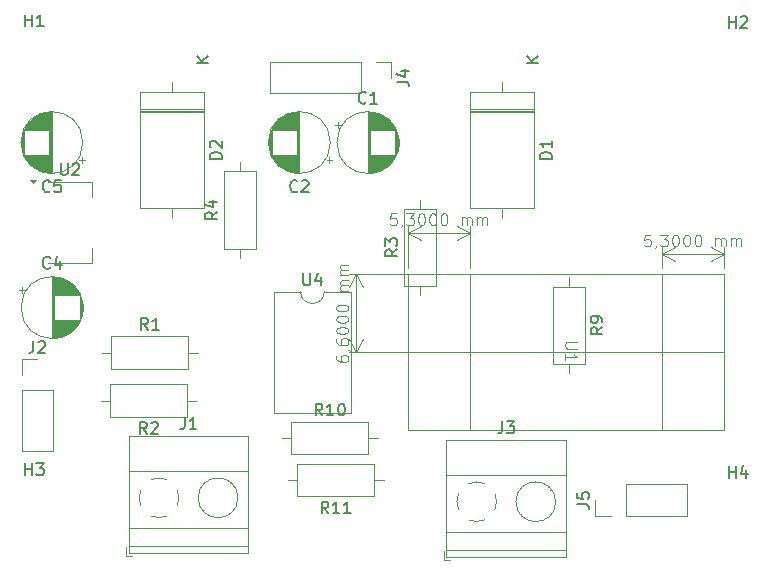
<source format=gbr>
%TF.GenerationSoftware,KiCad,Pcbnew,8.0.1*%
%TF.CreationDate,2024-09-12T19:59:52-03:00*%
%TF.ProjectId,monitor_solar_v2,6d6f6e69-746f-4725-9f73-6f6c61725f76,rev?*%
%TF.SameCoordinates,PX602d950PY4d2bdc0*%
%TF.FileFunction,Legend,Top*%
%TF.FilePolarity,Positive*%
%FSLAX46Y46*%
G04 Gerber Fmt 4.6, Leading zero omitted, Abs format (unit mm)*
G04 Created by KiCad (PCBNEW 8.0.1) date 2024-09-12 19:59:52*
%MOMM*%
%LPD*%
G01*
G04 APERTURE LIST*
%ADD10C,0.150000*%
%ADD11C,0.100000*%
%ADD12C,0.120000*%
G04 APERTURE END LIST*
D10*
X43291666Y12225181D02*
X43291666Y11510896D01*
X43291666Y11510896D02*
X43244047Y11368039D01*
X43244047Y11368039D02*
X43148809Y11272800D01*
X43148809Y11272800D02*
X43005952Y11225181D01*
X43005952Y11225181D02*
X42910714Y11225181D01*
X43672619Y12225181D02*
X44291666Y12225181D01*
X44291666Y12225181D02*
X43958333Y11844229D01*
X43958333Y11844229D02*
X44101190Y11844229D01*
X44101190Y11844229D02*
X44196428Y11796610D01*
X44196428Y11796610D02*
X44244047Y11748991D01*
X44244047Y11748991D02*
X44291666Y11653753D01*
X44291666Y11653753D02*
X44291666Y11415658D01*
X44291666Y11415658D02*
X44244047Y11320420D01*
X44244047Y11320420D02*
X44196428Y11272800D01*
X44196428Y11272800D02*
X44101190Y11225181D01*
X44101190Y11225181D02*
X43815476Y11225181D01*
X43815476Y11225181D02*
X43720238Y11272800D01*
X43720238Y11272800D02*
X43672619Y11320420D01*
X13283333Y19970181D02*
X12950000Y20446372D01*
X12711905Y19970181D02*
X12711905Y20970181D01*
X12711905Y20970181D02*
X13092857Y20970181D01*
X13092857Y20970181D02*
X13188095Y20922562D01*
X13188095Y20922562D02*
X13235714Y20874943D01*
X13235714Y20874943D02*
X13283333Y20779705D01*
X13283333Y20779705D02*
X13283333Y20636848D01*
X13283333Y20636848D02*
X13235714Y20541610D01*
X13235714Y20541610D02*
X13188095Y20493991D01*
X13188095Y20493991D02*
X13092857Y20446372D01*
X13092857Y20446372D02*
X12711905Y20446372D01*
X14235714Y19970181D02*
X13664286Y19970181D01*
X13950000Y19970181D02*
X13950000Y20970181D01*
X13950000Y20970181D02*
X13854762Y20827324D01*
X13854762Y20827324D02*
X13759524Y20732086D01*
X13759524Y20732086D02*
X13664286Y20684467D01*
X5008333Y25255420D02*
X4960714Y25207800D01*
X4960714Y25207800D02*
X4817857Y25160181D01*
X4817857Y25160181D02*
X4722619Y25160181D01*
X4722619Y25160181D02*
X4579762Y25207800D01*
X4579762Y25207800D02*
X4484524Y25303039D01*
X4484524Y25303039D02*
X4436905Y25398277D01*
X4436905Y25398277D02*
X4389286Y25588753D01*
X4389286Y25588753D02*
X4389286Y25731610D01*
X4389286Y25731610D02*
X4436905Y25922086D01*
X4436905Y25922086D02*
X4484524Y26017324D01*
X4484524Y26017324D02*
X4579762Y26112562D01*
X4579762Y26112562D02*
X4722619Y26160181D01*
X4722619Y26160181D02*
X4817857Y26160181D01*
X4817857Y26160181D02*
X4960714Y26112562D01*
X4960714Y26112562D02*
X5008333Y26064943D01*
X5865476Y25826848D02*
X5865476Y25160181D01*
X5627381Y26207800D02*
X5389286Y25493515D01*
X5389286Y25493515D02*
X6008333Y25493515D01*
X49629819Y5226667D02*
X50344104Y5226667D01*
X50344104Y5226667D02*
X50486961Y5179048D01*
X50486961Y5179048D02*
X50582200Y5083810D01*
X50582200Y5083810D02*
X50629819Y4940953D01*
X50629819Y4940953D02*
X50629819Y4845715D01*
X49629819Y6179048D02*
X49629819Y5702858D01*
X49629819Y5702858D02*
X50106009Y5655239D01*
X50106009Y5655239D02*
X50058390Y5702858D01*
X50058390Y5702858D02*
X50010771Y5798096D01*
X50010771Y5798096D02*
X50010771Y6036191D01*
X50010771Y6036191D02*
X50058390Y6131429D01*
X50058390Y6131429D02*
X50106009Y6179048D01*
X50106009Y6179048D02*
X50201247Y6226667D01*
X50201247Y6226667D02*
X50439342Y6226667D01*
X50439342Y6226667D02*
X50534580Y6179048D01*
X50534580Y6179048D02*
X50582200Y6131429D01*
X50582200Y6131429D02*
X50629819Y6036191D01*
X50629819Y6036191D02*
X50629819Y5798096D01*
X50629819Y5798096D02*
X50582200Y5702858D01*
X50582200Y5702858D02*
X50534580Y5655239D01*
X34394819Y26778334D02*
X33918628Y26445001D01*
X34394819Y26206906D02*
X33394819Y26206906D01*
X33394819Y26206906D02*
X33394819Y26587858D01*
X33394819Y26587858D02*
X33442438Y26683096D01*
X33442438Y26683096D02*
X33490057Y26730715D01*
X33490057Y26730715D02*
X33585295Y26778334D01*
X33585295Y26778334D02*
X33728152Y26778334D01*
X33728152Y26778334D02*
X33823390Y26730715D01*
X33823390Y26730715D02*
X33871009Y26683096D01*
X33871009Y26683096D02*
X33918628Y26587858D01*
X33918628Y26587858D02*
X33918628Y26206906D01*
X33394819Y27111668D02*
X33394819Y27730715D01*
X33394819Y27730715D02*
X33775771Y27397382D01*
X33775771Y27397382D02*
X33775771Y27540239D01*
X33775771Y27540239D02*
X33823390Y27635477D01*
X33823390Y27635477D02*
X33871009Y27683096D01*
X33871009Y27683096D02*
X33966247Y27730715D01*
X33966247Y27730715D02*
X34204342Y27730715D01*
X34204342Y27730715D02*
X34299580Y27683096D01*
X34299580Y27683096D02*
X34347200Y27635477D01*
X34347200Y27635477D02*
X34394819Y27540239D01*
X34394819Y27540239D02*
X34394819Y27254525D01*
X34394819Y27254525D02*
X34347200Y27159287D01*
X34347200Y27159287D02*
X34299580Y27111668D01*
X34354819Y40986667D02*
X35069104Y40986667D01*
X35069104Y40986667D02*
X35211961Y40939048D01*
X35211961Y40939048D02*
X35307200Y40843810D01*
X35307200Y40843810D02*
X35354819Y40700953D01*
X35354819Y40700953D02*
X35354819Y40605715D01*
X34688152Y41891429D02*
X35354819Y41891429D01*
X34307200Y41653334D02*
X35021485Y41415239D01*
X35021485Y41415239D02*
X35021485Y42034286D01*
X4983446Y31725420D02*
X4935827Y31677800D01*
X4935827Y31677800D02*
X4792970Y31630181D01*
X4792970Y31630181D02*
X4697732Y31630181D01*
X4697732Y31630181D02*
X4554875Y31677800D01*
X4554875Y31677800D02*
X4459637Y31773039D01*
X4459637Y31773039D02*
X4412018Y31868277D01*
X4412018Y31868277D02*
X4364399Y32058753D01*
X4364399Y32058753D02*
X4364399Y32201610D01*
X4364399Y32201610D02*
X4412018Y32392086D01*
X4412018Y32392086D02*
X4459637Y32487324D01*
X4459637Y32487324D02*
X4554875Y32582562D01*
X4554875Y32582562D02*
X4697732Y32630181D01*
X4697732Y32630181D02*
X4792970Y32630181D01*
X4792970Y32630181D02*
X4935827Y32582562D01*
X4935827Y32582562D02*
X4983446Y32534943D01*
X5888208Y32630181D02*
X5412018Y32630181D01*
X5412018Y32630181D02*
X5364399Y32153991D01*
X5364399Y32153991D02*
X5412018Y32201610D01*
X5412018Y32201610D02*
X5507256Y32249229D01*
X5507256Y32249229D02*
X5745351Y32249229D01*
X5745351Y32249229D02*
X5840589Y32201610D01*
X5840589Y32201610D02*
X5888208Y32153991D01*
X5888208Y32153991D02*
X5935827Y32058753D01*
X5935827Y32058753D02*
X5935827Y31820658D01*
X5935827Y31820658D02*
X5888208Y31725420D01*
X5888208Y31725420D02*
X5840589Y31677800D01*
X5840589Y31677800D02*
X5745351Y31630181D01*
X5745351Y31630181D02*
X5507256Y31630181D01*
X5507256Y31630181D02*
X5412018Y31677800D01*
X5412018Y31677800D02*
X5364399Y31725420D01*
X19154819Y29953334D02*
X18678628Y29620001D01*
X19154819Y29381906D02*
X18154819Y29381906D01*
X18154819Y29381906D02*
X18154819Y29762858D01*
X18154819Y29762858D02*
X18202438Y29858096D01*
X18202438Y29858096D02*
X18250057Y29905715D01*
X18250057Y29905715D02*
X18345295Y29953334D01*
X18345295Y29953334D02*
X18488152Y29953334D01*
X18488152Y29953334D02*
X18583390Y29905715D01*
X18583390Y29905715D02*
X18631009Y29858096D01*
X18631009Y29858096D02*
X18678628Y29762858D01*
X18678628Y29762858D02*
X18678628Y29381906D01*
X18488152Y30810477D02*
X19154819Y30810477D01*
X18107200Y30572382D02*
X18821485Y30334287D01*
X18821485Y30334287D02*
X18821485Y30953334D01*
D11*
X49627580Y18961905D02*
X48818057Y18961905D01*
X48818057Y18961905D02*
X48722819Y18914286D01*
X48722819Y18914286D02*
X48675200Y18866667D01*
X48675200Y18866667D02*
X48627580Y18771429D01*
X48627580Y18771429D02*
X48627580Y18580953D01*
X48627580Y18580953D02*
X48675200Y18485715D01*
X48675200Y18485715D02*
X48722819Y18438096D01*
X48722819Y18438096D02*
X48818057Y18390477D01*
X48818057Y18390477D02*
X49627580Y18390477D01*
X48627580Y17390477D02*
X48627580Y17961905D01*
X48627580Y17676191D02*
X49627580Y17676191D01*
X49627580Y17676191D02*
X49484723Y17771429D01*
X49484723Y17771429D02*
X49389485Y17866667D01*
X49389485Y17866667D02*
X49341866Y17961905D01*
X34315952Y29842581D02*
X33839762Y29842581D01*
X33839762Y29842581D02*
X33792143Y29366391D01*
X33792143Y29366391D02*
X33839762Y29414010D01*
X33839762Y29414010D02*
X33935000Y29461629D01*
X33935000Y29461629D02*
X34173095Y29461629D01*
X34173095Y29461629D02*
X34268333Y29414010D01*
X34268333Y29414010D02*
X34315952Y29366391D01*
X34315952Y29366391D02*
X34363571Y29271153D01*
X34363571Y29271153D02*
X34363571Y29033058D01*
X34363571Y29033058D02*
X34315952Y28937820D01*
X34315952Y28937820D02*
X34268333Y28890200D01*
X34268333Y28890200D02*
X34173095Y28842581D01*
X34173095Y28842581D02*
X33935000Y28842581D01*
X33935000Y28842581D02*
X33839762Y28890200D01*
X33839762Y28890200D02*
X33792143Y28937820D01*
X34839762Y28890200D02*
X34839762Y28842581D01*
X34839762Y28842581D02*
X34792143Y28747343D01*
X34792143Y28747343D02*
X34744524Y28699724D01*
X35173095Y29842581D02*
X35792142Y29842581D01*
X35792142Y29842581D02*
X35458809Y29461629D01*
X35458809Y29461629D02*
X35601666Y29461629D01*
X35601666Y29461629D02*
X35696904Y29414010D01*
X35696904Y29414010D02*
X35744523Y29366391D01*
X35744523Y29366391D02*
X35792142Y29271153D01*
X35792142Y29271153D02*
X35792142Y29033058D01*
X35792142Y29033058D02*
X35744523Y28937820D01*
X35744523Y28937820D02*
X35696904Y28890200D01*
X35696904Y28890200D02*
X35601666Y28842581D01*
X35601666Y28842581D02*
X35315952Y28842581D01*
X35315952Y28842581D02*
X35220714Y28890200D01*
X35220714Y28890200D02*
X35173095Y28937820D01*
X36411190Y29842581D02*
X36506428Y29842581D01*
X36506428Y29842581D02*
X36601666Y29794962D01*
X36601666Y29794962D02*
X36649285Y29747343D01*
X36649285Y29747343D02*
X36696904Y29652105D01*
X36696904Y29652105D02*
X36744523Y29461629D01*
X36744523Y29461629D02*
X36744523Y29223534D01*
X36744523Y29223534D02*
X36696904Y29033058D01*
X36696904Y29033058D02*
X36649285Y28937820D01*
X36649285Y28937820D02*
X36601666Y28890200D01*
X36601666Y28890200D02*
X36506428Y28842581D01*
X36506428Y28842581D02*
X36411190Y28842581D01*
X36411190Y28842581D02*
X36315952Y28890200D01*
X36315952Y28890200D02*
X36268333Y28937820D01*
X36268333Y28937820D02*
X36220714Y29033058D01*
X36220714Y29033058D02*
X36173095Y29223534D01*
X36173095Y29223534D02*
X36173095Y29461629D01*
X36173095Y29461629D02*
X36220714Y29652105D01*
X36220714Y29652105D02*
X36268333Y29747343D01*
X36268333Y29747343D02*
X36315952Y29794962D01*
X36315952Y29794962D02*
X36411190Y29842581D01*
X37363571Y29842581D02*
X37458809Y29842581D01*
X37458809Y29842581D02*
X37554047Y29794962D01*
X37554047Y29794962D02*
X37601666Y29747343D01*
X37601666Y29747343D02*
X37649285Y29652105D01*
X37649285Y29652105D02*
X37696904Y29461629D01*
X37696904Y29461629D02*
X37696904Y29223534D01*
X37696904Y29223534D02*
X37649285Y29033058D01*
X37649285Y29033058D02*
X37601666Y28937820D01*
X37601666Y28937820D02*
X37554047Y28890200D01*
X37554047Y28890200D02*
X37458809Y28842581D01*
X37458809Y28842581D02*
X37363571Y28842581D01*
X37363571Y28842581D02*
X37268333Y28890200D01*
X37268333Y28890200D02*
X37220714Y28937820D01*
X37220714Y28937820D02*
X37173095Y29033058D01*
X37173095Y29033058D02*
X37125476Y29223534D01*
X37125476Y29223534D02*
X37125476Y29461629D01*
X37125476Y29461629D02*
X37173095Y29652105D01*
X37173095Y29652105D02*
X37220714Y29747343D01*
X37220714Y29747343D02*
X37268333Y29794962D01*
X37268333Y29794962D02*
X37363571Y29842581D01*
X38315952Y29842581D02*
X38411190Y29842581D01*
X38411190Y29842581D02*
X38506428Y29794962D01*
X38506428Y29794962D02*
X38554047Y29747343D01*
X38554047Y29747343D02*
X38601666Y29652105D01*
X38601666Y29652105D02*
X38649285Y29461629D01*
X38649285Y29461629D02*
X38649285Y29223534D01*
X38649285Y29223534D02*
X38601666Y29033058D01*
X38601666Y29033058D02*
X38554047Y28937820D01*
X38554047Y28937820D02*
X38506428Y28890200D01*
X38506428Y28890200D02*
X38411190Y28842581D01*
X38411190Y28842581D02*
X38315952Y28842581D01*
X38315952Y28842581D02*
X38220714Y28890200D01*
X38220714Y28890200D02*
X38173095Y28937820D01*
X38173095Y28937820D02*
X38125476Y29033058D01*
X38125476Y29033058D02*
X38077857Y29223534D01*
X38077857Y29223534D02*
X38077857Y29461629D01*
X38077857Y29461629D02*
X38125476Y29652105D01*
X38125476Y29652105D02*
X38173095Y29747343D01*
X38173095Y29747343D02*
X38220714Y29794962D01*
X38220714Y29794962D02*
X38315952Y29842581D01*
X39839762Y28842581D02*
X39839762Y29509248D01*
X39839762Y29414010D02*
X39887381Y29461629D01*
X39887381Y29461629D02*
X39982619Y29509248D01*
X39982619Y29509248D02*
X40125476Y29509248D01*
X40125476Y29509248D02*
X40220714Y29461629D01*
X40220714Y29461629D02*
X40268333Y29366391D01*
X40268333Y29366391D02*
X40268333Y28842581D01*
X40268333Y29366391D02*
X40315952Y29461629D01*
X40315952Y29461629D02*
X40411190Y29509248D01*
X40411190Y29509248D02*
X40554047Y29509248D01*
X40554047Y29509248D02*
X40649286Y29461629D01*
X40649286Y29461629D02*
X40696905Y29366391D01*
X40696905Y29366391D02*
X40696905Y28842581D01*
X41173095Y28842581D02*
X41173095Y29509248D01*
X41173095Y29414010D02*
X41220714Y29461629D01*
X41220714Y29461629D02*
X41315952Y29509248D01*
X41315952Y29509248D02*
X41458809Y29509248D01*
X41458809Y29509248D02*
X41554047Y29461629D01*
X41554047Y29461629D02*
X41601666Y29366391D01*
X41601666Y29366391D02*
X41601666Y28842581D01*
X41601666Y29366391D02*
X41649285Y29461629D01*
X41649285Y29461629D02*
X41744523Y29509248D01*
X41744523Y29509248D02*
X41887380Y29509248D01*
X41887380Y29509248D02*
X41982619Y29461629D01*
X41982619Y29461629D02*
X42030238Y29366391D01*
X42030238Y29366391D02*
X42030238Y28842581D01*
X29242419Y17733334D02*
X29242419Y17542858D01*
X29242419Y17542858D02*
X29290038Y17447620D01*
X29290038Y17447620D02*
X29337657Y17400001D01*
X29337657Y17400001D02*
X29480514Y17304763D01*
X29480514Y17304763D02*
X29670990Y17257144D01*
X29670990Y17257144D02*
X30051942Y17257144D01*
X30051942Y17257144D02*
X30147180Y17304763D01*
X30147180Y17304763D02*
X30194800Y17352382D01*
X30194800Y17352382D02*
X30242419Y17447620D01*
X30242419Y17447620D02*
X30242419Y17638096D01*
X30242419Y17638096D02*
X30194800Y17733334D01*
X30194800Y17733334D02*
X30147180Y17780953D01*
X30147180Y17780953D02*
X30051942Y17828572D01*
X30051942Y17828572D02*
X29813847Y17828572D01*
X29813847Y17828572D02*
X29718609Y17780953D01*
X29718609Y17780953D02*
X29670990Y17733334D01*
X29670990Y17733334D02*
X29623371Y17638096D01*
X29623371Y17638096D02*
X29623371Y17447620D01*
X29623371Y17447620D02*
X29670990Y17352382D01*
X29670990Y17352382D02*
X29718609Y17304763D01*
X29718609Y17304763D02*
X29813847Y17257144D01*
X30194800Y18304763D02*
X30242419Y18304763D01*
X30242419Y18304763D02*
X30337657Y18257144D01*
X30337657Y18257144D02*
X30385276Y18209525D01*
X29242419Y19161905D02*
X29242419Y18971429D01*
X29242419Y18971429D02*
X29290038Y18876191D01*
X29290038Y18876191D02*
X29337657Y18828572D01*
X29337657Y18828572D02*
X29480514Y18733334D01*
X29480514Y18733334D02*
X29670990Y18685715D01*
X29670990Y18685715D02*
X30051942Y18685715D01*
X30051942Y18685715D02*
X30147180Y18733334D01*
X30147180Y18733334D02*
X30194800Y18780953D01*
X30194800Y18780953D02*
X30242419Y18876191D01*
X30242419Y18876191D02*
X30242419Y19066667D01*
X30242419Y19066667D02*
X30194800Y19161905D01*
X30194800Y19161905D02*
X30147180Y19209524D01*
X30147180Y19209524D02*
X30051942Y19257143D01*
X30051942Y19257143D02*
X29813847Y19257143D01*
X29813847Y19257143D02*
X29718609Y19209524D01*
X29718609Y19209524D02*
X29670990Y19161905D01*
X29670990Y19161905D02*
X29623371Y19066667D01*
X29623371Y19066667D02*
X29623371Y18876191D01*
X29623371Y18876191D02*
X29670990Y18780953D01*
X29670990Y18780953D02*
X29718609Y18733334D01*
X29718609Y18733334D02*
X29813847Y18685715D01*
X29242419Y19876191D02*
X29242419Y19971429D01*
X29242419Y19971429D02*
X29290038Y20066667D01*
X29290038Y20066667D02*
X29337657Y20114286D01*
X29337657Y20114286D02*
X29432895Y20161905D01*
X29432895Y20161905D02*
X29623371Y20209524D01*
X29623371Y20209524D02*
X29861466Y20209524D01*
X29861466Y20209524D02*
X30051942Y20161905D01*
X30051942Y20161905D02*
X30147180Y20114286D01*
X30147180Y20114286D02*
X30194800Y20066667D01*
X30194800Y20066667D02*
X30242419Y19971429D01*
X30242419Y19971429D02*
X30242419Y19876191D01*
X30242419Y19876191D02*
X30194800Y19780953D01*
X30194800Y19780953D02*
X30147180Y19733334D01*
X30147180Y19733334D02*
X30051942Y19685715D01*
X30051942Y19685715D02*
X29861466Y19638096D01*
X29861466Y19638096D02*
X29623371Y19638096D01*
X29623371Y19638096D02*
X29432895Y19685715D01*
X29432895Y19685715D02*
X29337657Y19733334D01*
X29337657Y19733334D02*
X29290038Y19780953D01*
X29290038Y19780953D02*
X29242419Y19876191D01*
X29242419Y20828572D02*
X29242419Y20923810D01*
X29242419Y20923810D02*
X29290038Y21019048D01*
X29290038Y21019048D02*
X29337657Y21066667D01*
X29337657Y21066667D02*
X29432895Y21114286D01*
X29432895Y21114286D02*
X29623371Y21161905D01*
X29623371Y21161905D02*
X29861466Y21161905D01*
X29861466Y21161905D02*
X30051942Y21114286D01*
X30051942Y21114286D02*
X30147180Y21066667D01*
X30147180Y21066667D02*
X30194800Y21019048D01*
X30194800Y21019048D02*
X30242419Y20923810D01*
X30242419Y20923810D02*
X30242419Y20828572D01*
X30242419Y20828572D02*
X30194800Y20733334D01*
X30194800Y20733334D02*
X30147180Y20685715D01*
X30147180Y20685715D02*
X30051942Y20638096D01*
X30051942Y20638096D02*
X29861466Y20590477D01*
X29861466Y20590477D02*
X29623371Y20590477D01*
X29623371Y20590477D02*
X29432895Y20638096D01*
X29432895Y20638096D02*
X29337657Y20685715D01*
X29337657Y20685715D02*
X29290038Y20733334D01*
X29290038Y20733334D02*
X29242419Y20828572D01*
X29242419Y21780953D02*
X29242419Y21876191D01*
X29242419Y21876191D02*
X29290038Y21971429D01*
X29290038Y21971429D02*
X29337657Y22019048D01*
X29337657Y22019048D02*
X29432895Y22066667D01*
X29432895Y22066667D02*
X29623371Y22114286D01*
X29623371Y22114286D02*
X29861466Y22114286D01*
X29861466Y22114286D02*
X30051942Y22066667D01*
X30051942Y22066667D02*
X30147180Y22019048D01*
X30147180Y22019048D02*
X30194800Y21971429D01*
X30194800Y21971429D02*
X30242419Y21876191D01*
X30242419Y21876191D02*
X30242419Y21780953D01*
X30242419Y21780953D02*
X30194800Y21685715D01*
X30194800Y21685715D02*
X30147180Y21638096D01*
X30147180Y21638096D02*
X30051942Y21590477D01*
X30051942Y21590477D02*
X29861466Y21542858D01*
X29861466Y21542858D02*
X29623371Y21542858D01*
X29623371Y21542858D02*
X29432895Y21590477D01*
X29432895Y21590477D02*
X29337657Y21638096D01*
X29337657Y21638096D02*
X29290038Y21685715D01*
X29290038Y21685715D02*
X29242419Y21780953D01*
X30242419Y23304763D02*
X29575752Y23304763D01*
X29670990Y23304763D02*
X29623371Y23352382D01*
X29623371Y23352382D02*
X29575752Y23447620D01*
X29575752Y23447620D02*
X29575752Y23590477D01*
X29575752Y23590477D02*
X29623371Y23685715D01*
X29623371Y23685715D02*
X29718609Y23733334D01*
X29718609Y23733334D02*
X30242419Y23733334D01*
X29718609Y23733334D02*
X29623371Y23780953D01*
X29623371Y23780953D02*
X29575752Y23876191D01*
X29575752Y23876191D02*
X29575752Y24019048D01*
X29575752Y24019048D02*
X29623371Y24114287D01*
X29623371Y24114287D02*
X29718609Y24161906D01*
X29718609Y24161906D02*
X30242419Y24161906D01*
X30242419Y24638096D02*
X29575752Y24638096D01*
X29670990Y24638096D02*
X29623371Y24685715D01*
X29623371Y24685715D02*
X29575752Y24780953D01*
X29575752Y24780953D02*
X29575752Y24923810D01*
X29575752Y24923810D02*
X29623371Y25019048D01*
X29623371Y25019048D02*
X29718609Y25066667D01*
X29718609Y25066667D02*
X30242419Y25066667D01*
X29718609Y25066667D02*
X29623371Y25114286D01*
X29623371Y25114286D02*
X29575752Y25209524D01*
X29575752Y25209524D02*
X29575752Y25352381D01*
X29575752Y25352381D02*
X29623371Y25447620D01*
X29623371Y25447620D02*
X29718609Y25495239D01*
X29718609Y25495239D02*
X30242419Y25495239D01*
X55815952Y28042581D02*
X55339762Y28042581D01*
X55339762Y28042581D02*
X55292143Y27566391D01*
X55292143Y27566391D02*
X55339762Y27614010D01*
X55339762Y27614010D02*
X55435000Y27661629D01*
X55435000Y27661629D02*
X55673095Y27661629D01*
X55673095Y27661629D02*
X55768333Y27614010D01*
X55768333Y27614010D02*
X55815952Y27566391D01*
X55815952Y27566391D02*
X55863571Y27471153D01*
X55863571Y27471153D02*
X55863571Y27233058D01*
X55863571Y27233058D02*
X55815952Y27137820D01*
X55815952Y27137820D02*
X55768333Y27090200D01*
X55768333Y27090200D02*
X55673095Y27042581D01*
X55673095Y27042581D02*
X55435000Y27042581D01*
X55435000Y27042581D02*
X55339762Y27090200D01*
X55339762Y27090200D02*
X55292143Y27137820D01*
X56339762Y27090200D02*
X56339762Y27042581D01*
X56339762Y27042581D02*
X56292143Y26947343D01*
X56292143Y26947343D02*
X56244524Y26899724D01*
X56673095Y28042581D02*
X57292142Y28042581D01*
X57292142Y28042581D02*
X56958809Y27661629D01*
X56958809Y27661629D02*
X57101666Y27661629D01*
X57101666Y27661629D02*
X57196904Y27614010D01*
X57196904Y27614010D02*
X57244523Y27566391D01*
X57244523Y27566391D02*
X57292142Y27471153D01*
X57292142Y27471153D02*
X57292142Y27233058D01*
X57292142Y27233058D02*
X57244523Y27137820D01*
X57244523Y27137820D02*
X57196904Y27090200D01*
X57196904Y27090200D02*
X57101666Y27042581D01*
X57101666Y27042581D02*
X56815952Y27042581D01*
X56815952Y27042581D02*
X56720714Y27090200D01*
X56720714Y27090200D02*
X56673095Y27137820D01*
X57911190Y28042581D02*
X58006428Y28042581D01*
X58006428Y28042581D02*
X58101666Y27994962D01*
X58101666Y27994962D02*
X58149285Y27947343D01*
X58149285Y27947343D02*
X58196904Y27852105D01*
X58196904Y27852105D02*
X58244523Y27661629D01*
X58244523Y27661629D02*
X58244523Y27423534D01*
X58244523Y27423534D02*
X58196904Y27233058D01*
X58196904Y27233058D02*
X58149285Y27137820D01*
X58149285Y27137820D02*
X58101666Y27090200D01*
X58101666Y27090200D02*
X58006428Y27042581D01*
X58006428Y27042581D02*
X57911190Y27042581D01*
X57911190Y27042581D02*
X57815952Y27090200D01*
X57815952Y27090200D02*
X57768333Y27137820D01*
X57768333Y27137820D02*
X57720714Y27233058D01*
X57720714Y27233058D02*
X57673095Y27423534D01*
X57673095Y27423534D02*
X57673095Y27661629D01*
X57673095Y27661629D02*
X57720714Y27852105D01*
X57720714Y27852105D02*
X57768333Y27947343D01*
X57768333Y27947343D02*
X57815952Y27994962D01*
X57815952Y27994962D02*
X57911190Y28042581D01*
X58863571Y28042581D02*
X58958809Y28042581D01*
X58958809Y28042581D02*
X59054047Y27994962D01*
X59054047Y27994962D02*
X59101666Y27947343D01*
X59101666Y27947343D02*
X59149285Y27852105D01*
X59149285Y27852105D02*
X59196904Y27661629D01*
X59196904Y27661629D02*
X59196904Y27423534D01*
X59196904Y27423534D02*
X59149285Y27233058D01*
X59149285Y27233058D02*
X59101666Y27137820D01*
X59101666Y27137820D02*
X59054047Y27090200D01*
X59054047Y27090200D02*
X58958809Y27042581D01*
X58958809Y27042581D02*
X58863571Y27042581D01*
X58863571Y27042581D02*
X58768333Y27090200D01*
X58768333Y27090200D02*
X58720714Y27137820D01*
X58720714Y27137820D02*
X58673095Y27233058D01*
X58673095Y27233058D02*
X58625476Y27423534D01*
X58625476Y27423534D02*
X58625476Y27661629D01*
X58625476Y27661629D02*
X58673095Y27852105D01*
X58673095Y27852105D02*
X58720714Y27947343D01*
X58720714Y27947343D02*
X58768333Y27994962D01*
X58768333Y27994962D02*
X58863571Y28042581D01*
X59815952Y28042581D02*
X59911190Y28042581D01*
X59911190Y28042581D02*
X60006428Y27994962D01*
X60006428Y27994962D02*
X60054047Y27947343D01*
X60054047Y27947343D02*
X60101666Y27852105D01*
X60101666Y27852105D02*
X60149285Y27661629D01*
X60149285Y27661629D02*
X60149285Y27423534D01*
X60149285Y27423534D02*
X60101666Y27233058D01*
X60101666Y27233058D02*
X60054047Y27137820D01*
X60054047Y27137820D02*
X60006428Y27090200D01*
X60006428Y27090200D02*
X59911190Y27042581D01*
X59911190Y27042581D02*
X59815952Y27042581D01*
X59815952Y27042581D02*
X59720714Y27090200D01*
X59720714Y27090200D02*
X59673095Y27137820D01*
X59673095Y27137820D02*
X59625476Y27233058D01*
X59625476Y27233058D02*
X59577857Y27423534D01*
X59577857Y27423534D02*
X59577857Y27661629D01*
X59577857Y27661629D02*
X59625476Y27852105D01*
X59625476Y27852105D02*
X59673095Y27947343D01*
X59673095Y27947343D02*
X59720714Y27994962D01*
X59720714Y27994962D02*
X59815952Y28042581D01*
X61339762Y27042581D02*
X61339762Y27709248D01*
X61339762Y27614010D02*
X61387381Y27661629D01*
X61387381Y27661629D02*
X61482619Y27709248D01*
X61482619Y27709248D02*
X61625476Y27709248D01*
X61625476Y27709248D02*
X61720714Y27661629D01*
X61720714Y27661629D02*
X61768333Y27566391D01*
X61768333Y27566391D02*
X61768333Y27042581D01*
X61768333Y27566391D02*
X61815952Y27661629D01*
X61815952Y27661629D02*
X61911190Y27709248D01*
X61911190Y27709248D02*
X62054047Y27709248D01*
X62054047Y27709248D02*
X62149286Y27661629D01*
X62149286Y27661629D02*
X62196905Y27566391D01*
X62196905Y27566391D02*
X62196905Y27042581D01*
X62673095Y27042581D02*
X62673095Y27709248D01*
X62673095Y27614010D02*
X62720714Y27661629D01*
X62720714Y27661629D02*
X62815952Y27709248D01*
X62815952Y27709248D02*
X62958809Y27709248D01*
X62958809Y27709248D02*
X63054047Y27661629D01*
X63054047Y27661629D02*
X63101666Y27566391D01*
X63101666Y27566391D02*
X63101666Y27042581D01*
X63101666Y27566391D02*
X63149285Y27661629D01*
X63149285Y27661629D02*
X63244523Y27709248D01*
X63244523Y27709248D02*
X63387380Y27709248D01*
X63387380Y27709248D02*
X63482619Y27661629D01*
X63482619Y27661629D02*
X63530238Y27566391D01*
X63530238Y27566391D02*
X63530238Y27042581D01*
D10*
X19529819Y34461906D02*
X18529819Y34461906D01*
X18529819Y34461906D02*
X18529819Y34700001D01*
X18529819Y34700001D02*
X18577438Y34842858D01*
X18577438Y34842858D02*
X18672676Y34938096D01*
X18672676Y34938096D02*
X18767914Y34985715D01*
X18767914Y34985715D02*
X18958390Y35033334D01*
X18958390Y35033334D02*
X19101247Y35033334D01*
X19101247Y35033334D02*
X19291723Y34985715D01*
X19291723Y34985715D02*
X19386961Y34938096D01*
X19386961Y34938096D02*
X19482200Y34842858D01*
X19482200Y34842858D02*
X19529819Y34700001D01*
X19529819Y34700001D02*
X19529819Y34461906D01*
X18625057Y35414287D02*
X18577438Y35461906D01*
X18577438Y35461906D02*
X18529819Y35557144D01*
X18529819Y35557144D02*
X18529819Y35795239D01*
X18529819Y35795239D02*
X18577438Y35890477D01*
X18577438Y35890477D02*
X18625057Y35938096D01*
X18625057Y35938096D02*
X18720295Y35985715D01*
X18720295Y35985715D02*
X18815533Y35985715D01*
X18815533Y35985715D02*
X18958390Y35938096D01*
X18958390Y35938096D02*
X19529819Y35366668D01*
X19529819Y35366668D02*
X19529819Y35985715D01*
X18409819Y42558096D02*
X17409819Y42558096D01*
X18409819Y43129524D02*
X17838390Y42700953D01*
X17409819Y43129524D02*
X17981247Y42558096D01*
X47469819Y34461906D02*
X46469819Y34461906D01*
X46469819Y34461906D02*
X46469819Y34700001D01*
X46469819Y34700001D02*
X46517438Y34842858D01*
X46517438Y34842858D02*
X46612676Y34938096D01*
X46612676Y34938096D02*
X46707914Y34985715D01*
X46707914Y34985715D02*
X46898390Y35033334D01*
X46898390Y35033334D02*
X47041247Y35033334D01*
X47041247Y35033334D02*
X47231723Y34985715D01*
X47231723Y34985715D02*
X47326961Y34938096D01*
X47326961Y34938096D02*
X47422200Y34842858D01*
X47422200Y34842858D02*
X47469819Y34700001D01*
X47469819Y34700001D02*
X47469819Y34461906D01*
X47469819Y35985715D02*
X47469819Y35414287D01*
X47469819Y35700001D02*
X46469819Y35700001D01*
X46469819Y35700001D02*
X46612676Y35604763D01*
X46612676Y35604763D02*
X46707914Y35509525D01*
X46707914Y35509525D02*
X46755533Y35414287D01*
X46349819Y42558096D02*
X45349819Y42558096D01*
X46349819Y43129524D02*
X45778390Y42700953D01*
X45349819Y43129524D02*
X45921247Y42558096D01*
X28555142Y4435181D02*
X28221809Y4911372D01*
X27983714Y4435181D02*
X27983714Y5435181D01*
X27983714Y5435181D02*
X28364666Y5435181D01*
X28364666Y5435181D02*
X28459904Y5387562D01*
X28459904Y5387562D02*
X28507523Y5339943D01*
X28507523Y5339943D02*
X28555142Y5244705D01*
X28555142Y5244705D02*
X28555142Y5101848D01*
X28555142Y5101848D02*
X28507523Y5006610D01*
X28507523Y5006610D02*
X28459904Y4958991D01*
X28459904Y4958991D02*
X28364666Y4911372D01*
X28364666Y4911372D02*
X27983714Y4911372D01*
X29507523Y4435181D02*
X28936095Y4435181D01*
X29221809Y4435181D02*
X29221809Y5435181D01*
X29221809Y5435181D02*
X29126571Y5292324D01*
X29126571Y5292324D02*
X29031333Y5197086D01*
X29031333Y5197086D02*
X28936095Y5149467D01*
X30459904Y4435181D02*
X29888476Y4435181D01*
X30174190Y4435181D02*
X30174190Y5435181D01*
X30174190Y5435181D02*
X30078952Y5292324D01*
X30078952Y5292324D02*
X29983714Y5197086D01*
X29983714Y5197086D02*
X29888476Y5149467D01*
X3591666Y19025181D02*
X3591666Y18310896D01*
X3591666Y18310896D02*
X3544047Y18168039D01*
X3544047Y18168039D02*
X3448809Y18072800D01*
X3448809Y18072800D02*
X3305952Y18025181D01*
X3305952Y18025181D02*
X3210714Y18025181D01*
X4020238Y18929943D02*
X4067857Y18977562D01*
X4067857Y18977562D02*
X4163095Y19025181D01*
X4163095Y19025181D02*
X4401190Y19025181D01*
X4401190Y19025181D02*
X4496428Y18977562D01*
X4496428Y18977562D02*
X4544047Y18929943D01*
X4544047Y18929943D02*
X4591666Y18834705D01*
X4591666Y18834705D02*
X4591666Y18739467D01*
X4591666Y18739467D02*
X4544047Y18596610D01*
X4544047Y18596610D02*
X3972619Y18025181D01*
X3972619Y18025181D02*
X4591666Y18025181D01*
X5908095Y34105181D02*
X5908095Y33295658D01*
X5908095Y33295658D02*
X5955714Y33200420D01*
X5955714Y33200420D02*
X6003333Y33152800D01*
X6003333Y33152800D02*
X6098571Y33105181D01*
X6098571Y33105181D02*
X6289047Y33105181D01*
X6289047Y33105181D02*
X6384285Y33152800D01*
X6384285Y33152800D02*
X6431904Y33200420D01*
X6431904Y33200420D02*
X6479523Y33295658D01*
X6479523Y33295658D02*
X6479523Y34105181D01*
X6908095Y34009943D02*
X6955714Y34057562D01*
X6955714Y34057562D02*
X7050952Y34105181D01*
X7050952Y34105181D02*
X7289047Y34105181D01*
X7289047Y34105181D02*
X7384285Y34057562D01*
X7384285Y34057562D02*
X7431904Y34009943D01*
X7431904Y34009943D02*
X7479523Y33914705D01*
X7479523Y33914705D02*
X7479523Y33819467D01*
X7479523Y33819467D02*
X7431904Y33676610D01*
X7431904Y33676610D02*
X6860476Y33105181D01*
X6860476Y33105181D02*
X7479523Y33105181D01*
X62472095Y45549181D02*
X62472095Y46549181D01*
X62472095Y46072991D02*
X63043523Y46072991D01*
X63043523Y45549181D02*
X63043523Y46549181D01*
X63472095Y46453943D02*
X63519714Y46501562D01*
X63519714Y46501562D02*
X63614952Y46549181D01*
X63614952Y46549181D02*
X63853047Y46549181D01*
X63853047Y46549181D02*
X63948285Y46501562D01*
X63948285Y46501562D02*
X63995904Y46453943D01*
X63995904Y46453943D02*
X64043523Y46358705D01*
X64043523Y46358705D02*
X64043523Y46263467D01*
X64043523Y46263467D02*
X63995904Y46120610D01*
X63995904Y46120610D02*
X63424476Y45549181D01*
X63424476Y45549181D02*
X64043523Y45549181D01*
X51759819Y20203334D02*
X51283628Y19870001D01*
X51759819Y19631906D02*
X50759819Y19631906D01*
X50759819Y19631906D02*
X50759819Y20012858D01*
X50759819Y20012858D02*
X50807438Y20108096D01*
X50807438Y20108096D02*
X50855057Y20155715D01*
X50855057Y20155715D02*
X50950295Y20203334D01*
X50950295Y20203334D02*
X51093152Y20203334D01*
X51093152Y20203334D02*
X51188390Y20155715D01*
X51188390Y20155715D02*
X51236009Y20108096D01*
X51236009Y20108096D02*
X51283628Y20012858D01*
X51283628Y20012858D02*
X51283628Y19631906D01*
X51759819Y20679525D02*
X51759819Y20870001D01*
X51759819Y20870001D02*
X51712200Y20965239D01*
X51712200Y20965239D02*
X51664580Y21012858D01*
X51664580Y21012858D02*
X51521723Y21108096D01*
X51521723Y21108096D02*
X51331247Y21155715D01*
X51331247Y21155715D02*
X50950295Y21155715D01*
X50950295Y21155715D02*
X50855057Y21108096D01*
X50855057Y21108096D02*
X50807438Y21060477D01*
X50807438Y21060477D02*
X50759819Y20965239D01*
X50759819Y20965239D02*
X50759819Y20774763D01*
X50759819Y20774763D02*
X50807438Y20679525D01*
X50807438Y20679525D02*
X50855057Y20631906D01*
X50855057Y20631906D02*
X50950295Y20584287D01*
X50950295Y20584287D02*
X51188390Y20584287D01*
X51188390Y20584287D02*
X51283628Y20631906D01*
X51283628Y20631906D02*
X51331247Y20679525D01*
X51331247Y20679525D02*
X51378866Y20774763D01*
X51378866Y20774763D02*
X51378866Y20965239D01*
X51378866Y20965239D02*
X51331247Y21060477D01*
X51331247Y21060477D02*
X51283628Y21108096D01*
X51283628Y21108096D02*
X51188390Y21155715D01*
X31743221Y39225420D02*
X31695602Y39177800D01*
X31695602Y39177800D02*
X31552745Y39130181D01*
X31552745Y39130181D02*
X31457507Y39130181D01*
X31457507Y39130181D02*
X31314650Y39177800D01*
X31314650Y39177800D02*
X31219412Y39273039D01*
X31219412Y39273039D02*
X31171793Y39368277D01*
X31171793Y39368277D02*
X31124174Y39558753D01*
X31124174Y39558753D02*
X31124174Y39701610D01*
X31124174Y39701610D02*
X31171793Y39892086D01*
X31171793Y39892086D02*
X31219412Y39987324D01*
X31219412Y39987324D02*
X31314650Y40082562D01*
X31314650Y40082562D02*
X31457507Y40130181D01*
X31457507Y40130181D02*
X31552745Y40130181D01*
X31552745Y40130181D02*
X31695602Y40082562D01*
X31695602Y40082562D02*
X31743221Y40034943D01*
X32695602Y39130181D02*
X32124174Y39130181D01*
X32409888Y39130181D02*
X32409888Y40130181D01*
X32409888Y40130181D02*
X32314650Y39987324D01*
X32314650Y39987324D02*
X32219412Y39892086D01*
X32219412Y39892086D02*
X32124174Y39844467D01*
X2888095Y45665181D02*
X2888095Y46665181D01*
X2888095Y46188991D02*
X3459523Y46188991D01*
X3459523Y45665181D02*
X3459523Y46665181D01*
X4459523Y45665181D02*
X3888095Y45665181D01*
X4173809Y45665181D02*
X4173809Y46665181D01*
X4173809Y46665181D02*
X4078571Y46522324D01*
X4078571Y46522324D02*
X3983333Y46427086D01*
X3983333Y46427086D02*
X3888095Y46379467D01*
X26448095Y24755181D02*
X26448095Y23945658D01*
X26448095Y23945658D02*
X26495714Y23850420D01*
X26495714Y23850420D02*
X26543333Y23802800D01*
X26543333Y23802800D02*
X26638571Y23755181D01*
X26638571Y23755181D02*
X26829047Y23755181D01*
X26829047Y23755181D02*
X26924285Y23802800D01*
X26924285Y23802800D02*
X26971904Y23850420D01*
X26971904Y23850420D02*
X27019523Y23945658D01*
X27019523Y23945658D02*
X27019523Y24755181D01*
X27924285Y24421848D02*
X27924285Y23755181D01*
X27686190Y24802800D02*
X27448095Y24088515D01*
X27448095Y24088515D02*
X28067142Y24088515D01*
X2888095Y7665181D02*
X2888095Y8665181D01*
X2888095Y8188991D02*
X3459523Y8188991D01*
X3459523Y7665181D02*
X3459523Y8665181D01*
X3840476Y8665181D02*
X4459523Y8665181D01*
X4459523Y8665181D02*
X4126190Y8284229D01*
X4126190Y8284229D02*
X4269047Y8284229D01*
X4269047Y8284229D02*
X4364285Y8236610D01*
X4364285Y8236610D02*
X4411904Y8188991D01*
X4411904Y8188991D02*
X4459523Y8093753D01*
X4459523Y8093753D02*
X4459523Y7855658D01*
X4459523Y7855658D02*
X4411904Y7760420D01*
X4411904Y7760420D02*
X4364285Y7712800D01*
X4364285Y7712800D02*
X4269047Y7665181D01*
X4269047Y7665181D02*
X3983333Y7665181D01*
X3983333Y7665181D02*
X3888095Y7712800D01*
X3888095Y7712800D02*
X3840476Y7760420D01*
X13183333Y11155181D02*
X12850000Y11631372D01*
X12611905Y11155181D02*
X12611905Y12155181D01*
X12611905Y12155181D02*
X12992857Y12155181D01*
X12992857Y12155181D02*
X13088095Y12107562D01*
X13088095Y12107562D02*
X13135714Y12059943D01*
X13135714Y12059943D02*
X13183333Y11964705D01*
X13183333Y11964705D02*
X13183333Y11821848D01*
X13183333Y11821848D02*
X13135714Y11726610D01*
X13135714Y11726610D02*
X13088095Y11678991D01*
X13088095Y11678991D02*
X12992857Y11631372D01*
X12992857Y11631372D02*
X12611905Y11631372D01*
X13564286Y12059943D02*
X13611905Y12107562D01*
X13611905Y12107562D02*
X13707143Y12155181D01*
X13707143Y12155181D02*
X13945238Y12155181D01*
X13945238Y12155181D02*
X14040476Y12107562D01*
X14040476Y12107562D02*
X14088095Y12059943D01*
X14088095Y12059943D02*
X14135714Y11964705D01*
X14135714Y11964705D02*
X14135714Y11869467D01*
X14135714Y11869467D02*
X14088095Y11726610D01*
X14088095Y11726610D02*
X13516667Y11155181D01*
X13516667Y11155181D02*
X14135714Y11155181D01*
X25938446Y31725420D02*
X25890827Y31677800D01*
X25890827Y31677800D02*
X25747970Y31630181D01*
X25747970Y31630181D02*
X25652732Y31630181D01*
X25652732Y31630181D02*
X25509875Y31677800D01*
X25509875Y31677800D02*
X25414637Y31773039D01*
X25414637Y31773039D02*
X25367018Y31868277D01*
X25367018Y31868277D02*
X25319399Y32058753D01*
X25319399Y32058753D02*
X25319399Y32201610D01*
X25319399Y32201610D02*
X25367018Y32392086D01*
X25367018Y32392086D02*
X25414637Y32487324D01*
X25414637Y32487324D02*
X25509875Y32582562D01*
X25509875Y32582562D02*
X25652732Y32630181D01*
X25652732Y32630181D02*
X25747970Y32630181D01*
X25747970Y32630181D02*
X25890827Y32582562D01*
X25890827Y32582562D02*
X25938446Y32534943D01*
X26319399Y32534943D02*
X26367018Y32582562D01*
X26367018Y32582562D02*
X26462256Y32630181D01*
X26462256Y32630181D02*
X26700351Y32630181D01*
X26700351Y32630181D02*
X26795589Y32582562D01*
X26795589Y32582562D02*
X26843208Y32534943D01*
X26843208Y32534943D02*
X26890827Y32439705D01*
X26890827Y32439705D02*
X26890827Y32344467D01*
X26890827Y32344467D02*
X26843208Y32201610D01*
X26843208Y32201610D02*
X26271780Y31630181D01*
X26271780Y31630181D02*
X26890827Y31630181D01*
X28047142Y12731181D02*
X27713809Y13207372D01*
X27475714Y12731181D02*
X27475714Y13731181D01*
X27475714Y13731181D02*
X27856666Y13731181D01*
X27856666Y13731181D02*
X27951904Y13683562D01*
X27951904Y13683562D02*
X27999523Y13635943D01*
X27999523Y13635943D02*
X28047142Y13540705D01*
X28047142Y13540705D02*
X28047142Y13397848D01*
X28047142Y13397848D02*
X27999523Y13302610D01*
X27999523Y13302610D02*
X27951904Y13254991D01*
X27951904Y13254991D02*
X27856666Y13207372D01*
X27856666Y13207372D02*
X27475714Y13207372D01*
X28999523Y12731181D02*
X28428095Y12731181D01*
X28713809Y12731181D02*
X28713809Y13731181D01*
X28713809Y13731181D02*
X28618571Y13588324D01*
X28618571Y13588324D02*
X28523333Y13493086D01*
X28523333Y13493086D02*
X28428095Y13445467D01*
X29618571Y13731181D02*
X29713809Y13731181D01*
X29713809Y13731181D02*
X29809047Y13683562D01*
X29809047Y13683562D02*
X29856666Y13635943D01*
X29856666Y13635943D02*
X29904285Y13540705D01*
X29904285Y13540705D02*
X29951904Y13350229D01*
X29951904Y13350229D02*
X29951904Y13112134D01*
X29951904Y13112134D02*
X29904285Y12921658D01*
X29904285Y12921658D02*
X29856666Y12826420D01*
X29856666Y12826420D02*
X29809047Y12778800D01*
X29809047Y12778800D02*
X29713809Y12731181D01*
X29713809Y12731181D02*
X29618571Y12731181D01*
X29618571Y12731181D02*
X29523333Y12778800D01*
X29523333Y12778800D02*
X29475714Y12826420D01*
X29475714Y12826420D02*
X29428095Y12921658D01*
X29428095Y12921658D02*
X29380476Y13112134D01*
X29380476Y13112134D02*
X29380476Y13350229D01*
X29380476Y13350229D02*
X29428095Y13540705D01*
X29428095Y13540705D02*
X29475714Y13635943D01*
X29475714Y13635943D02*
X29523333Y13683562D01*
X29523333Y13683562D02*
X29618571Y13731181D01*
X16391666Y12560181D02*
X16391666Y11845896D01*
X16391666Y11845896D02*
X16344047Y11703039D01*
X16344047Y11703039D02*
X16248809Y11607800D01*
X16248809Y11607800D02*
X16105952Y11560181D01*
X16105952Y11560181D02*
X16010714Y11560181D01*
X17391666Y11560181D02*
X16820238Y11560181D01*
X17105952Y11560181D02*
X17105952Y12560181D01*
X17105952Y12560181D02*
X17010714Y12417324D01*
X17010714Y12417324D02*
X16915476Y12322086D01*
X16915476Y12322086D02*
X16820238Y12274467D01*
X62472095Y7449181D02*
X62472095Y8449181D01*
X62472095Y7972991D02*
X63043523Y7972991D01*
X63043523Y7449181D02*
X63043523Y8449181D01*
X63948285Y8115848D02*
X63948285Y7449181D01*
X63710190Y8496800D02*
X63472095Y7782515D01*
X63472095Y7782515D02*
X64091142Y7782515D01*
D12*
%TO.C,J3*%
X38325000Y1260000D02*
X38325000Y520000D01*
X38325000Y520000D02*
X38825000Y520000D01*
X38565000Y10681000D02*
X38565000Y760000D01*
X38565000Y10681000D02*
X48685000Y10681000D01*
X38565000Y7721000D02*
X48685000Y7721000D01*
X38565000Y2820000D02*
X48685000Y2820000D01*
X38565000Y1320000D02*
X48685000Y1320000D01*
X38565000Y760000D02*
X48685000Y760000D01*
X44898000Y4397000D02*
X44851000Y4351000D01*
X45091000Y4181000D02*
X45056000Y4146000D01*
X47195000Y6695000D02*
X47160000Y6659000D01*
X47400000Y6489000D02*
X47353000Y6443000D01*
X48685000Y10681000D02*
X48685000Y760000D01*
X39589574Y4736958D02*
G75*
G02*
X39590001Y6103999I1535419J683041D01*
G01*
X40441958Y6955426D02*
G75*
G02*
X41808999Y6954999I683041J-1535419D01*
G01*
X41153805Y3739748D02*
G75*
G02*
X40441000Y3885001I-28806J1680253D01*
G01*
X41808318Y3885245D02*
G75*
G02*
X41125000Y3740001I-683318J1534755D01*
G01*
X42660426Y6103042D02*
G75*
G02*
X42660000Y4736000I-1535426J-683042D01*
G01*
X47805000Y5420000D02*
G75*
G02*
X44445000Y5420000I-1680000J0D01*
G01*
X44445000Y5420000D02*
G75*
G02*
X47805000Y5420000I1680000J0D01*
G01*
%TO.C,R1*%
X9410000Y18055000D02*
X10180000Y18055000D01*
X10180000Y19425000D02*
X10180000Y16685000D01*
X10180000Y16685000D02*
X16720000Y16685000D01*
X16720000Y19425000D02*
X10180000Y19425000D01*
X16720000Y16685000D02*
X16720000Y19425000D01*
X17490000Y18055000D02*
X16720000Y18055000D01*
%TO.C,C4*%
X2370225Y23340000D02*
X2870225Y23340000D01*
X2620225Y23590000D02*
X2620225Y23090000D01*
X5175000Y24445000D02*
X5175000Y19285000D01*
X5215000Y24445000D02*
X5215000Y19285000D01*
X5255000Y24444000D02*
X5255000Y19286000D01*
X5295000Y24443000D02*
X5295000Y19287000D01*
X5335000Y24441000D02*
X5335000Y19289000D01*
X5375000Y24438000D02*
X5375000Y19292000D01*
X5415000Y24434000D02*
X5415000Y22905000D01*
X5415000Y20825000D02*
X5415000Y19296000D01*
X5455000Y24430000D02*
X5455000Y22905000D01*
X5455000Y20825000D02*
X5455000Y19300000D01*
X5495000Y24426000D02*
X5495000Y22905000D01*
X5495000Y20825000D02*
X5495000Y19304000D01*
X5535000Y24421000D02*
X5535000Y22905000D01*
X5535000Y20825000D02*
X5535000Y19309000D01*
X5575000Y24415000D02*
X5575000Y22905000D01*
X5575000Y20825000D02*
X5575000Y19315000D01*
X5615000Y24408000D02*
X5615000Y22905000D01*
X5615000Y20825000D02*
X5615000Y19322000D01*
X5655000Y24401000D02*
X5655000Y22905000D01*
X5655000Y20825000D02*
X5655000Y19329000D01*
X5695000Y24393000D02*
X5695000Y22905000D01*
X5695000Y20825000D02*
X5695000Y19337000D01*
X5735000Y24385000D02*
X5735000Y22905000D01*
X5735000Y20825000D02*
X5735000Y19345000D01*
X5775000Y24376000D02*
X5775000Y22905000D01*
X5775000Y20825000D02*
X5775000Y19354000D01*
X5815000Y24366000D02*
X5815000Y22905000D01*
X5815000Y20825000D02*
X5815000Y19364000D01*
X5855000Y24356000D02*
X5855000Y22905000D01*
X5855000Y20825000D02*
X5855000Y19374000D01*
X5896000Y24345000D02*
X5896000Y22905000D01*
X5896000Y20825000D02*
X5896000Y19385000D01*
X5936000Y24333000D02*
X5936000Y22905000D01*
X5936000Y20825000D02*
X5936000Y19397000D01*
X5976000Y24320000D02*
X5976000Y22905000D01*
X5976000Y20825000D02*
X5976000Y19410000D01*
X6016000Y24307000D02*
X6016000Y22905000D01*
X6016000Y20825000D02*
X6016000Y19423000D01*
X6056000Y24293000D02*
X6056000Y22905000D01*
X6056000Y20825000D02*
X6056000Y19437000D01*
X6096000Y24279000D02*
X6096000Y22905000D01*
X6096000Y20825000D02*
X6096000Y19451000D01*
X6136000Y24263000D02*
X6136000Y22905000D01*
X6136000Y20825000D02*
X6136000Y19467000D01*
X6176000Y24247000D02*
X6176000Y22905000D01*
X6176000Y20825000D02*
X6176000Y19483000D01*
X6216000Y24230000D02*
X6216000Y22905000D01*
X6216000Y20825000D02*
X6216000Y19500000D01*
X6256000Y24213000D02*
X6256000Y22905000D01*
X6256000Y20825000D02*
X6256000Y19517000D01*
X6296000Y24194000D02*
X6296000Y22905000D01*
X6296000Y20825000D02*
X6296000Y19536000D01*
X6336000Y24175000D02*
X6336000Y22905000D01*
X6336000Y20825000D02*
X6336000Y19555000D01*
X6376000Y24155000D02*
X6376000Y22905000D01*
X6376000Y20825000D02*
X6376000Y19575000D01*
X6416000Y24133000D02*
X6416000Y22905000D01*
X6416000Y20825000D02*
X6416000Y19597000D01*
X6456000Y24112000D02*
X6456000Y22905000D01*
X6456000Y20825000D02*
X6456000Y19618000D01*
X6496000Y24089000D02*
X6496000Y22905000D01*
X6496000Y20825000D02*
X6496000Y19641000D01*
X6536000Y24065000D02*
X6536000Y22905000D01*
X6536000Y20825000D02*
X6536000Y19665000D01*
X6576000Y24040000D02*
X6576000Y22905000D01*
X6576000Y20825000D02*
X6576000Y19690000D01*
X6616000Y24014000D02*
X6616000Y22905000D01*
X6616000Y20825000D02*
X6616000Y19716000D01*
X6656000Y23987000D02*
X6656000Y22905000D01*
X6656000Y20825000D02*
X6656000Y19743000D01*
X6696000Y23960000D02*
X6696000Y22905000D01*
X6696000Y20825000D02*
X6696000Y19770000D01*
X6736000Y23930000D02*
X6736000Y22905000D01*
X6736000Y20825000D02*
X6736000Y19800000D01*
X6776000Y23900000D02*
X6776000Y22905000D01*
X6776000Y20825000D02*
X6776000Y19830000D01*
X6816000Y23869000D02*
X6816000Y22905000D01*
X6816000Y20825000D02*
X6816000Y19861000D01*
X6856000Y23836000D02*
X6856000Y22905000D01*
X6856000Y20825000D02*
X6856000Y19894000D01*
X6896000Y23802000D02*
X6896000Y22905000D01*
X6896000Y20825000D02*
X6896000Y19928000D01*
X6936000Y23766000D02*
X6936000Y22905000D01*
X6936000Y20825000D02*
X6936000Y19964000D01*
X6976000Y23729000D02*
X6976000Y22905000D01*
X6976000Y20825000D02*
X6976000Y20001000D01*
X7016000Y23691000D02*
X7016000Y22905000D01*
X7016000Y20825000D02*
X7016000Y20039000D01*
X7056000Y23650000D02*
X7056000Y22905000D01*
X7056000Y20825000D02*
X7056000Y20080000D01*
X7096000Y23608000D02*
X7096000Y22905000D01*
X7096000Y20825000D02*
X7096000Y20122000D01*
X7136000Y23564000D02*
X7136000Y22905000D01*
X7136000Y20825000D02*
X7136000Y20166000D01*
X7176000Y23518000D02*
X7176000Y22905000D01*
X7176000Y20825000D02*
X7176000Y20212000D01*
X7216000Y23470000D02*
X7216000Y22905000D01*
X7216000Y20825000D02*
X7216000Y20260000D01*
X7256000Y23419000D02*
X7256000Y22905000D01*
X7256000Y20825000D02*
X7256000Y20311000D01*
X7296000Y23365000D02*
X7296000Y22905000D01*
X7296000Y20825000D02*
X7296000Y20365000D01*
X7336000Y23308000D02*
X7336000Y22905000D01*
X7336000Y20825000D02*
X7336000Y20422000D01*
X7376000Y23248000D02*
X7376000Y22905000D01*
X7376000Y20825000D02*
X7376000Y20482000D01*
X7416000Y23184000D02*
X7416000Y22905000D01*
X7416000Y20825000D02*
X7416000Y20546000D01*
X7456000Y23116000D02*
X7456000Y22905000D01*
X7456000Y20825000D02*
X7456000Y20614000D01*
X7496000Y23043000D02*
X7496000Y20687000D01*
X7536000Y22963000D02*
X7536000Y20767000D01*
X7576000Y22876000D02*
X7576000Y20854000D01*
X7616000Y22780000D02*
X7616000Y20950000D01*
X7656000Y22670000D02*
X7656000Y21060000D01*
X7696000Y22542000D02*
X7696000Y21188000D01*
X7736000Y22383000D02*
X7736000Y21347000D01*
X7776000Y22149000D02*
X7776000Y21581000D01*
X7795000Y21865000D02*
G75*
G02*
X2555000Y21865000I-2620000J0D01*
G01*
X2555000Y21865000D02*
G75*
G02*
X7795000Y21865000I2620000J0D01*
G01*
%TO.C,J5*%
X51175000Y4230000D02*
X51175000Y5560000D01*
X52505000Y4230000D02*
X51175000Y4230000D01*
X53775000Y6890000D02*
X58915000Y6890000D01*
X53775000Y4230000D02*
X53775000Y6890000D01*
X53775000Y4230000D02*
X58915000Y4230000D01*
X58915000Y4230000D02*
X58915000Y6890000D01*
%TO.C,R3*%
X34940000Y30215000D02*
X34940000Y23675000D01*
X34940000Y23675000D02*
X37680000Y23675000D01*
X36310000Y30985000D02*
X36310000Y30215000D01*
X36310000Y22905000D02*
X36310000Y23675000D01*
X37680000Y30215000D02*
X34940000Y30215000D01*
X37680000Y23675000D02*
X37680000Y30215000D01*
%TO.C,J4*%
X23620000Y42650000D02*
X23620000Y39990000D01*
X31300000Y42650000D02*
X23620000Y42650000D01*
X31300000Y42650000D02*
X31300000Y39990000D01*
X31300000Y39990000D02*
X23620000Y39990000D01*
X32570000Y42650000D02*
X33900000Y42650000D01*
X33900000Y42650000D02*
X33900000Y41320000D01*
%TO.C,C5*%
X2549113Y35551000D02*
X2549113Y36119000D01*
X2589113Y35317000D02*
X2589113Y36353000D01*
X2629113Y35158000D02*
X2629113Y36512000D01*
X2669113Y35030000D02*
X2669113Y36640000D01*
X2709113Y34920000D02*
X2709113Y36750000D01*
X2749113Y34824000D02*
X2749113Y36846000D01*
X2789113Y34737000D02*
X2789113Y36933000D01*
X2829113Y34657000D02*
X2829113Y37013000D01*
X2869113Y36875000D02*
X2869113Y37086000D01*
X2869113Y34584000D02*
X2869113Y34795000D01*
X2909113Y36875000D02*
X2909113Y37154000D01*
X2909113Y34516000D02*
X2909113Y34795000D01*
X2949113Y36875000D02*
X2949113Y37218000D01*
X2949113Y34452000D02*
X2949113Y34795000D01*
X2989113Y36875000D02*
X2989113Y37278000D01*
X2989113Y34392000D02*
X2989113Y34795000D01*
X3029113Y36875000D02*
X3029113Y37335000D01*
X3029113Y34335000D02*
X3029113Y34795000D01*
X3069113Y36875000D02*
X3069113Y37389000D01*
X3069113Y34281000D02*
X3069113Y34795000D01*
X3109113Y36875000D02*
X3109113Y37440000D01*
X3109113Y34230000D02*
X3109113Y34795000D01*
X3149113Y36875000D02*
X3149113Y37488000D01*
X3149113Y34182000D02*
X3149113Y34795000D01*
X3189113Y36875000D02*
X3189113Y37534000D01*
X3189113Y34136000D02*
X3189113Y34795000D01*
X3229113Y36875000D02*
X3229113Y37578000D01*
X3229113Y34092000D02*
X3229113Y34795000D01*
X3269113Y36875000D02*
X3269113Y37620000D01*
X3269113Y34050000D02*
X3269113Y34795000D01*
X3309113Y36875000D02*
X3309113Y37661000D01*
X3309113Y34009000D02*
X3309113Y34795000D01*
X3349113Y36875000D02*
X3349113Y37699000D01*
X3349113Y33971000D02*
X3349113Y34795000D01*
X3389113Y36875000D02*
X3389113Y37736000D01*
X3389113Y33934000D02*
X3389113Y34795000D01*
X3429113Y36875000D02*
X3429113Y37772000D01*
X3429113Y33898000D02*
X3429113Y34795000D01*
X3469113Y36875000D02*
X3469113Y37806000D01*
X3469113Y33864000D02*
X3469113Y34795000D01*
X3509113Y36875000D02*
X3509113Y37839000D01*
X3509113Y33831000D02*
X3509113Y34795000D01*
X3549113Y36875000D02*
X3549113Y37870000D01*
X3549113Y33800000D02*
X3549113Y34795000D01*
X3589113Y36875000D02*
X3589113Y37900000D01*
X3589113Y33770000D02*
X3589113Y34795000D01*
X3629113Y36875000D02*
X3629113Y37930000D01*
X3629113Y33740000D02*
X3629113Y34795000D01*
X3669113Y36875000D02*
X3669113Y37957000D01*
X3669113Y33713000D02*
X3669113Y34795000D01*
X3709113Y36875000D02*
X3709113Y37984000D01*
X3709113Y33686000D02*
X3709113Y34795000D01*
X3749113Y36875000D02*
X3749113Y38010000D01*
X3749113Y33660000D02*
X3749113Y34795000D01*
X3789113Y36875000D02*
X3789113Y38035000D01*
X3789113Y33635000D02*
X3789113Y34795000D01*
X3829113Y36875000D02*
X3829113Y38059000D01*
X3829113Y33611000D02*
X3829113Y34795000D01*
X3869113Y36875000D02*
X3869113Y38082000D01*
X3869113Y33588000D02*
X3869113Y34795000D01*
X3909113Y36875000D02*
X3909113Y38103000D01*
X3909113Y33567000D02*
X3909113Y34795000D01*
X3949113Y36875000D02*
X3949113Y38125000D01*
X3949113Y33545000D02*
X3949113Y34795000D01*
X3989113Y36875000D02*
X3989113Y38145000D01*
X3989113Y33525000D02*
X3989113Y34795000D01*
X4029113Y36875000D02*
X4029113Y38164000D01*
X4029113Y33506000D02*
X4029113Y34795000D01*
X4069113Y36875000D02*
X4069113Y38183000D01*
X4069113Y33487000D02*
X4069113Y34795000D01*
X4109113Y36875000D02*
X4109113Y38200000D01*
X4109113Y33470000D02*
X4109113Y34795000D01*
X4149113Y36875000D02*
X4149113Y38217000D01*
X4149113Y33453000D02*
X4149113Y34795000D01*
X4189113Y36875000D02*
X4189113Y38233000D01*
X4189113Y33437000D02*
X4189113Y34795000D01*
X4229113Y36875000D02*
X4229113Y38249000D01*
X4229113Y33421000D02*
X4229113Y34795000D01*
X4269113Y36875000D02*
X4269113Y38263000D01*
X4269113Y33407000D02*
X4269113Y34795000D01*
X4309113Y36875000D02*
X4309113Y38277000D01*
X4309113Y33393000D02*
X4309113Y34795000D01*
X4349113Y36875000D02*
X4349113Y38290000D01*
X4349113Y33380000D02*
X4349113Y34795000D01*
X4389113Y36875000D02*
X4389113Y38303000D01*
X4389113Y33367000D02*
X4389113Y34795000D01*
X4429113Y36875000D02*
X4429113Y38315000D01*
X4429113Y33355000D02*
X4429113Y34795000D01*
X4470113Y36875000D02*
X4470113Y38326000D01*
X4470113Y33344000D02*
X4470113Y34795000D01*
X4510113Y36875000D02*
X4510113Y38336000D01*
X4510113Y33334000D02*
X4510113Y34795000D01*
X4550113Y36875000D02*
X4550113Y38346000D01*
X4550113Y33324000D02*
X4550113Y34795000D01*
X4590113Y36875000D02*
X4590113Y38355000D01*
X4590113Y33315000D02*
X4590113Y34795000D01*
X4630113Y36875000D02*
X4630113Y38363000D01*
X4630113Y33307000D02*
X4630113Y34795000D01*
X4670113Y36875000D02*
X4670113Y38371000D01*
X4670113Y33299000D02*
X4670113Y34795000D01*
X4710113Y36875000D02*
X4710113Y38378000D01*
X4710113Y33292000D02*
X4710113Y34795000D01*
X4750113Y36875000D02*
X4750113Y38385000D01*
X4750113Y33285000D02*
X4750113Y34795000D01*
X4790113Y36875000D02*
X4790113Y38391000D01*
X4790113Y33279000D02*
X4790113Y34795000D01*
X4830113Y36875000D02*
X4830113Y38396000D01*
X4830113Y33274000D02*
X4830113Y34795000D01*
X4870113Y36875000D02*
X4870113Y38400000D01*
X4870113Y33270000D02*
X4870113Y34795000D01*
X4910113Y36875000D02*
X4910113Y38404000D01*
X4910113Y33266000D02*
X4910113Y34795000D01*
X4950113Y33262000D02*
X4950113Y38408000D01*
X4990113Y33259000D02*
X4990113Y38411000D01*
X5030113Y33257000D02*
X5030113Y38413000D01*
X5070113Y33256000D02*
X5070113Y38414000D01*
X5110113Y33255000D02*
X5110113Y38415000D01*
X5150113Y33255000D02*
X5150113Y38415000D01*
X7704888Y34110000D02*
X7704888Y34610000D01*
X7954888Y34360000D02*
X7454888Y34360000D01*
X7770113Y35835000D02*
G75*
G02*
X2530113Y35835000I-2620000J0D01*
G01*
X2530113Y35835000D02*
G75*
G02*
X7770113Y35835000I2620000J0D01*
G01*
%TO.C,R4*%
X19700000Y33390000D02*
X19700000Y26850000D01*
X19700000Y26850000D02*
X22440000Y26850000D01*
X21070000Y34160000D02*
X21070000Y33390000D01*
X21070000Y26080000D02*
X21070000Y26850000D01*
X22440000Y33390000D02*
X19700000Y33390000D01*
X22440000Y26850000D02*
X22440000Y33390000D01*
D11*
%TO.C,U1*%
X35285000Y18100000D02*
X62085000Y18100000D01*
X40585000Y24700000D02*
X40585000Y11500000D01*
X56785000Y24700000D02*
X56785000Y11500000D01*
X62085000Y24700000D02*
X35285000Y24700000D01*
X35285000Y11500000D01*
X62085000Y11500000D01*
X62085000Y24700000D01*
X34315952Y29842581D02*
X33839762Y29842581D01*
X33839762Y29842581D02*
X33792143Y29366391D01*
X33792143Y29366391D02*
X33839762Y29414010D01*
X33839762Y29414010D02*
X33935000Y29461629D01*
X33935000Y29461629D02*
X34173095Y29461629D01*
X34173095Y29461629D02*
X34268333Y29414010D01*
X34268333Y29414010D02*
X34315952Y29366391D01*
X34315952Y29366391D02*
X34363571Y29271153D01*
X34363571Y29271153D02*
X34363571Y29033058D01*
X34363571Y29033058D02*
X34315952Y28937820D01*
X34315952Y28937820D02*
X34268333Y28890200D01*
X34268333Y28890200D02*
X34173095Y28842581D01*
X34173095Y28842581D02*
X33935000Y28842581D01*
X33935000Y28842581D02*
X33839762Y28890200D01*
X33839762Y28890200D02*
X33792143Y28937820D01*
X34839762Y28890200D02*
X34839762Y28842581D01*
X34839762Y28842581D02*
X34792143Y28747343D01*
X34792143Y28747343D02*
X34744524Y28699724D01*
X35173095Y29842581D02*
X35792142Y29842581D01*
X35792142Y29842581D02*
X35458809Y29461629D01*
X35458809Y29461629D02*
X35601666Y29461629D01*
X35601666Y29461629D02*
X35696904Y29414010D01*
X35696904Y29414010D02*
X35744523Y29366391D01*
X35744523Y29366391D02*
X35792142Y29271153D01*
X35792142Y29271153D02*
X35792142Y29033058D01*
X35792142Y29033058D02*
X35744523Y28937820D01*
X35744523Y28937820D02*
X35696904Y28890200D01*
X35696904Y28890200D02*
X35601666Y28842581D01*
X35601666Y28842581D02*
X35315952Y28842581D01*
X35315952Y28842581D02*
X35220714Y28890200D01*
X35220714Y28890200D02*
X35173095Y28937820D01*
X36411190Y29842581D02*
X36506428Y29842581D01*
X36506428Y29842581D02*
X36601666Y29794962D01*
X36601666Y29794962D02*
X36649285Y29747343D01*
X36649285Y29747343D02*
X36696904Y29652105D01*
X36696904Y29652105D02*
X36744523Y29461629D01*
X36744523Y29461629D02*
X36744523Y29223534D01*
X36744523Y29223534D02*
X36696904Y29033058D01*
X36696904Y29033058D02*
X36649285Y28937820D01*
X36649285Y28937820D02*
X36601666Y28890200D01*
X36601666Y28890200D02*
X36506428Y28842581D01*
X36506428Y28842581D02*
X36411190Y28842581D01*
X36411190Y28842581D02*
X36315952Y28890200D01*
X36315952Y28890200D02*
X36268333Y28937820D01*
X36268333Y28937820D02*
X36220714Y29033058D01*
X36220714Y29033058D02*
X36173095Y29223534D01*
X36173095Y29223534D02*
X36173095Y29461629D01*
X36173095Y29461629D02*
X36220714Y29652105D01*
X36220714Y29652105D02*
X36268333Y29747343D01*
X36268333Y29747343D02*
X36315952Y29794962D01*
X36315952Y29794962D02*
X36411190Y29842581D01*
X37363571Y29842581D02*
X37458809Y29842581D01*
X37458809Y29842581D02*
X37554047Y29794962D01*
X37554047Y29794962D02*
X37601666Y29747343D01*
X37601666Y29747343D02*
X37649285Y29652105D01*
X37649285Y29652105D02*
X37696904Y29461629D01*
X37696904Y29461629D02*
X37696904Y29223534D01*
X37696904Y29223534D02*
X37649285Y29033058D01*
X37649285Y29033058D02*
X37601666Y28937820D01*
X37601666Y28937820D02*
X37554047Y28890200D01*
X37554047Y28890200D02*
X37458809Y28842581D01*
X37458809Y28842581D02*
X37363571Y28842581D01*
X37363571Y28842581D02*
X37268333Y28890200D01*
X37268333Y28890200D02*
X37220714Y28937820D01*
X37220714Y28937820D02*
X37173095Y29033058D01*
X37173095Y29033058D02*
X37125476Y29223534D01*
X37125476Y29223534D02*
X37125476Y29461629D01*
X37125476Y29461629D02*
X37173095Y29652105D01*
X37173095Y29652105D02*
X37220714Y29747343D01*
X37220714Y29747343D02*
X37268333Y29794962D01*
X37268333Y29794962D02*
X37363571Y29842581D01*
X38315952Y29842581D02*
X38411190Y29842581D01*
X38411190Y29842581D02*
X38506428Y29794962D01*
X38506428Y29794962D02*
X38554047Y29747343D01*
X38554047Y29747343D02*
X38601666Y29652105D01*
X38601666Y29652105D02*
X38649285Y29461629D01*
X38649285Y29461629D02*
X38649285Y29223534D01*
X38649285Y29223534D02*
X38601666Y29033058D01*
X38601666Y29033058D02*
X38554047Y28937820D01*
X38554047Y28937820D02*
X38506428Y28890200D01*
X38506428Y28890200D02*
X38411190Y28842581D01*
X38411190Y28842581D02*
X38315952Y28842581D01*
X38315952Y28842581D02*
X38220714Y28890200D01*
X38220714Y28890200D02*
X38173095Y28937820D01*
X38173095Y28937820D02*
X38125476Y29033058D01*
X38125476Y29033058D02*
X38077857Y29223534D01*
X38077857Y29223534D02*
X38077857Y29461629D01*
X38077857Y29461629D02*
X38125476Y29652105D01*
X38125476Y29652105D02*
X38173095Y29747343D01*
X38173095Y29747343D02*
X38220714Y29794962D01*
X38220714Y29794962D02*
X38315952Y29842581D01*
X39839762Y28842581D02*
X39839762Y29509248D01*
X39839762Y29414010D02*
X39887381Y29461629D01*
X39887381Y29461629D02*
X39982619Y29509248D01*
X39982619Y29509248D02*
X40125476Y29509248D01*
X40125476Y29509248D02*
X40220714Y29461629D01*
X40220714Y29461629D02*
X40268333Y29366391D01*
X40268333Y29366391D02*
X40268333Y28842581D01*
X40268333Y29366391D02*
X40315952Y29461629D01*
X40315952Y29461629D02*
X40411190Y29509248D01*
X40411190Y29509248D02*
X40554047Y29509248D01*
X40554047Y29509248D02*
X40649286Y29461629D01*
X40649286Y29461629D02*
X40696905Y29366391D01*
X40696905Y29366391D02*
X40696905Y28842581D01*
X41173095Y28842581D02*
X41173095Y29509248D01*
X41173095Y29414010D02*
X41220714Y29461629D01*
X41220714Y29461629D02*
X41315952Y29509248D01*
X41315952Y29509248D02*
X41458809Y29509248D01*
X41458809Y29509248D02*
X41554047Y29461629D01*
X41554047Y29461629D02*
X41601666Y29366391D01*
X41601666Y29366391D02*
X41601666Y28842581D01*
X41601666Y29366391D02*
X41649285Y29461629D01*
X41649285Y29461629D02*
X41744523Y29509248D01*
X41744523Y29509248D02*
X41887380Y29509248D01*
X41887380Y29509248D02*
X41982619Y29461629D01*
X41982619Y29461629D02*
X42030238Y29366391D01*
X42030238Y29366391D02*
X42030238Y28842581D01*
X35285000Y25200000D02*
X35285000Y28786420D01*
X40585000Y25200000D02*
X40585000Y28786420D01*
X35285000Y28200000D02*
X40585000Y28200000D01*
X35285000Y28200000D02*
X40585000Y28200000D01*
X35285000Y28200000D02*
X36411504Y28786421D01*
X35285000Y28200000D02*
X36411504Y27613579D01*
X40585000Y28200000D02*
X39458496Y27613579D01*
X40585000Y28200000D02*
X39458496Y28786421D01*
X29242419Y17733334D02*
X29242419Y17542858D01*
X29242419Y17542858D02*
X29290038Y17447620D01*
X29290038Y17447620D02*
X29337657Y17400001D01*
X29337657Y17400001D02*
X29480514Y17304763D01*
X29480514Y17304763D02*
X29670990Y17257144D01*
X29670990Y17257144D02*
X30051942Y17257144D01*
X30051942Y17257144D02*
X30147180Y17304763D01*
X30147180Y17304763D02*
X30194800Y17352382D01*
X30194800Y17352382D02*
X30242419Y17447620D01*
X30242419Y17447620D02*
X30242419Y17638096D01*
X30242419Y17638096D02*
X30194800Y17733334D01*
X30194800Y17733334D02*
X30147180Y17780953D01*
X30147180Y17780953D02*
X30051942Y17828572D01*
X30051942Y17828572D02*
X29813847Y17828572D01*
X29813847Y17828572D02*
X29718609Y17780953D01*
X29718609Y17780953D02*
X29670990Y17733334D01*
X29670990Y17733334D02*
X29623371Y17638096D01*
X29623371Y17638096D02*
X29623371Y17447620D01*
X29623371Y17447620D02*
X29670990Y17352382D01*
X29670990Y17352382D02*
X29718609Y17304763D01*
X29718609Y17304763D02*
X29813847Y17257144D01*
X30194800Y18304763D02*
X30242419Y18304763D01*
X30242419Y18304763D02*
X30337657Y18257144D01*
X30337657Y18257144D02*
X30385276Y18209525D01*
X29242419Y19161905D02*
X29242419Y18971429D01*
X29242419Y18971429D02*
X29290038Y18876191D01*
X29290038Y18876191D02*
X29337657Y18828572D01*
X29337657Y18828572D02*
X29480514Y18733334D01*
X29480514Y18733334D02*
X29670990Y18685715D01*
X29670990Y18685715D02*
X30051942Y18685715D01*
X30051942Y18685715D02*
X30147180Y18733334D01*
X30147180Y18733334D02*
X30194800Y18780953D01*
X30194800Y18780953D02*
X30242419Y18876191D01*
X30242419Y18876191D02*
X30242419Y19066667D01*
X30242419Y19066667D02*
X30194800Y19161905D01*
X30194800Y19161905D02*
X30147180Y19209524D01*
X30147180Y19209524D02*
X30051942Y19257143D01*
X30051942Y19257143D02*
X29813847Y19257143D01*
X29813847Y19257143D02*
X29718609Y19209524D01*
X29718609Y19209524D02*
X29670990Y19161905D01*
X29670990Y19161905D02*
X29623371Y19066667D01*
X29623371Y19066667D02*
X29623371Y18876191D01*
X29623371Y18876191D02*
X29670990Y18780953D01*
X29670990Y18780953D02*
X29718609Y18733334D01*
X29718609Y18733334D02*
X29813847Y18685715D01*
X29242419Y19876191D02*
X29242419Y19971429D01*
X29242419Y19971429D02*
X29290038Y20066667D01*
X29290038Y20066667D02*
X29337657Y20114286D01*
X29337657Y20114286D02*
X29432895Y20161905D01*
X29432895Y20161905D02*
X29623371Y20209524D01*
X29623371Y20209524D02*
X29861466Y20209524D01*
X29861466Y20209524D02*
X30051942Y20161905D01*
X30051942Y20161905D02*
X30147180Y20114286D01*
X30147180Y20114286D02*
X30194800Y20066667D01*
X30194800Y20066667D02*
X30242419Y19971429D01*
X30242419Y19971429D02*
X30242419Y19876191D01*
X30242419Y19876191D02*
X30194800Y19780953D01*
X30194800Y19780953D02*
X30147180Y19733334D01*
X30147180Y19733334D02*
X30051942Y19685715D01*
X30051942Y19685715D02*
X29861466Y19638096D01*
X29861466Y19638096D02*
X29623371Y19638096D01*
X29623371Y19638096D02*
X29432895Y19685715D01*
X29432895Y19685715D02*
X29337657Y19733334D01*
X29337657Y19733334D02*
X29290038Y19780953D01*
X29290038Y19780953D02*
X29242419Y19876191D01*
X29242419Y20828572D02*
X29242419Y20923810D01*
X29242419Y20923810D02*
X29290038Y21019048D01*
X29290038Y21019048D02*
X29337657Y21066667D01*
X29337657Y21066667D02*
X29432895Y21114286D01*
X29432895Y21114286D02*
X29623371Y21161905D01*
X29623371Y21161905D02*
X29861466Y21161905D01*
X29861466Y21161905D02*
X30051942Y21114286D01*
X30051942Y21114286D02*
X30147180Y21066667D01*
X30147180Y21066667D02*
X30194800Y21019048D01*
X30194800Y21019048D02*
X30242419Y20923810D01*
X30242419Y20923810D02*
X30242419Y20828572D01*
X30242419Y20828572D02*
X30194800Y20733334D01*
X30194800Y20733334D02*
X30147180Y20685715D01*
X30147180Y20685715D02*
X30051942Y20638096D01*
X30051942Y20638096D02*
X29861466Y20590477D01*
X29861466Y20590477D02*
X29623371Y20590477D01*
X29623371Y20590477D02*
X29432895Y20638096D01*
X29432895Y20638096D02*
X29337657Y20685715D01*
X29337657Y20685715D02*
X29290038Y20733334D01*
X29290038Y20733334D02*
X29242419Y20828572D01*
X29242419Y21780953D02*
X29242419Y21876191D01*
X29242419Y21876191D02*
X29290038Y21971429D01*
X29290038Y21971429D02*
X29337657Y22019048D01*
X29337657Y22019048D02*
X29432895Y22066667D01*
X29432895Y22066667D02*
X29623371Y22114286D01*
X29623371Y22114286D02*
X29861466Y22114286D01*
X29861466Y22114286D02*
X30051942Y22066667D01*
X30051942Y22066667D02*
X30147180Y22019048D01*
X30147180Y22019048D02*
X30194800Y21971429D01*
X30194800Y21971429D02*
X30242419Y21876191D01*
X30242419Y21876191D02*
X30242419Y21780953D01*
X30242419Y21780953D02*
X30194800Y21685715D01*
X30194800Y21685715D02*
X30147180Y21638096D01*
X30147180Y21638096D02*
X30051942Y21590477D01*
X30051942Y21590477D02*
X29861466Y21542858D01*
X29861466Y21542858D02*
X29623371Y21542858D01*
X29623371Y21542858D02*
X29432895Y21590477D01*
X29432895Y21590477D02*
X29337657Y21638096D01*
X29337657Y21638096D02*
X29290038Y21685715D01*
X29290038Y21685715D02*
X29242419Y21780953D01*
X30242419Y23304763D02*
X29575752Y23304763D01*
X29670990Y23304763D02*
X29623371Y23352382D01*
X29623371Y23352382D02*
X29575752Y23447620D01*
X29575752Y23447620D02*
X29575752Y23590477D01*
X29575752Y23590477D02*
X29623371Y23685715D01*
X29623371Y23685715D02*
X29718609Y23733334D01*
X29718609Y23733334D02*
X30242419Y23733334D01*
X29718609Y23733334D02*
X29623371Y23780953D01*
X29623371Y23780953D02*
X29575752Y23876191D01*
X29575752Y23876191D02*
X29575752Y24019048D01*
X29575752Y24019048D02*
X29623371Y24114287D01*
X29623371Y24114287D02*
X29718609Y24161906D01*
X29718609Y24161906D02*
X30242419Y24161906D01*
X30242419Y24638096D02*
X29575752Y24638096D01*
X29670990Y24638096D02*
X29623371Y24685715D01*
X29623371Y24685715D02*
X29575752Y24780953D01*
X29575752Y24780953D02*
X29575752Y24923810D01*
X29575752Y24923810D02*
X29623371Y25019048D01*
X29623371Y25019048D02*
X29718609Y25066667D01*
X29718609Y25066667D02*
X30242419Y25066667D01*
X29718609Y25066667D02*
X29623371Y25114286D01*
X29623371Y25114286D02*
X29575752Y25209524D01*
X29575752Y25209524D02*
X29575752Y25352381D01*
X29575752Y25352381D02*
X29623371Y25447620D01*
X29623371Y25447620D02*
X29718609Y25495239D01*
X29718609Y25495239D02*
X30242419Y25495239D01*
X40085000Y24700000D02*
X30298580Y24700000D01*
X40085000Y18100000D02*
X30298580Y18100000D01*
X30885000Y24700000D02*
X30885000Y18100000D01*
X30885000Y24700000D02*
X30885000Y18100000D01*
X30885000Y24700000D02*
X31471421Y23573496D01*
X30885000Y24700000D02*
X30298579Y23573496D01*
X30885000Y18100000D02*
X30298579Y19226504D01*
X30885000Y18100000D02*
X31471421Y19226504D01*
X55815952Y28042581D02*
X55339762Y28042581D01*
X55339762Y28042581D02*
X55292143Y27566391D01*
X55292143Y27566391D02*
X55339762Y27614010D01*
X55339762Y27614010D02*
X55435000Y27661629D01*
X55435000Y27661629D02*
X55673095Y27661629D01*
X55673095Y27661629D02*
X55768333Y27614010D01*
X55768333Y27614010D02*
X55815952Y27566391D01*
X55815952Y27566391D02*
X55863571Y27471153D01*
X55863571Y27471153D02*
X55863571Y27233058D01*
X55863571Y27233058D02*
X55815952Y27137820D01*
X55815952Y27137820D02*
X55768333Y27090200D01*
X55768333Y27090200D02*
X55673095Y27042581D01*
X55673095Y27042581D02*
X55435000Y27042581D01*
X55435000Y27042581D02*
X55339762Y27090200D01*
X55339762Y27090200D02*
X55292143Y27137820D01*
X56339762Y27090200D02*
X56339762Y27042581D01*
X56339762Y27042581D02*
X56292143Y26947343D01*
X56292143Y26947343D02*
X56244524Y26899724D01*
X56673095Y28042581D02*
X57292142Y28042581D01*
X57292142Y28042581D02*
X56958809Y27661629D01*
X56958809Y27661629D02*
X57101666Y27661629D01*
X57101666Y27661629D02*
X57196904Y27614010D01*
X57196904Y27614010D02*
X57244523Y27566391D01*
X57244523Y27566391D02*
X57292142Y27471153D01*
X57292142Y27471153D02*
X57292142Y27233058D01*
X57292142Y27233058D02*
X57244523Y27137820D01*
X57244523Y27137820D02*
X57196904Y27090200D01*
X57196904Y27090200D02*
X57101666Y27042581D01*
X57101666Y27042581D02*
X56815952Y27042581D01*
X56815952Y27042581D02*
X56720714Y27090200D01*
X56720714Y27090200D02*
X56673095Y27137820D01*
X57911190Y28042581D02*
X58006428Y28042581D01*
X58006428Y28042581D02*
X58101666Y27994962D01*
X58101666Y27994962D02*
X58149285Y27947343D01*
X58149285Y27947343D02*
X58196904Y27852105D01*
X58196904Y27852105D02*
X58244523Y27661629D01*
X58244523Y27661629D02*
X58244523Y27423534D01*
X58244523Y27423534D02*
X58196904Y27233058D01*
X58196904Y27233058D02*
X58149285Y27137820D01*
X58149285Y27137820D02*
X58101666Y27090200D01*
X58101666Y27090200D02*
X58006428Y27042581D01*
X58006428Y27042581D02*
X57911190Y27042581D01*
X57911190Y27042581D02*
X57815952Y27090200D01*
X57815952Y27090200D02*
X57768333Y27137820D01*
X57768333Y27137820D02*
X57720714Y27233058D01*
X57720714Y27233058D02*
X57673095Y27423534D01*
X57673095Y27423534D02*
X57673095Y27661629D01*
X57673095Y27661629D02*
X57720714Y27852105D01*
X57720714Y27852105D02*
X57768333Y27947343D01*
X57768333Y27947343D02*
X57815952Y27994962D01*
X57815952Y27994962D02*
X57911190Y28042581D01*
X58863571Y28042581D02*
X58958809Y28042581D01*
X58958809Y28042581D02*
X59054047Y27994962D01*
X59054047Y27994962D02*
X59101666Y27947343D01*
X59101666Y27947343D02*
X59149285Y27852105D01*
X59149285Y27852105D02*
X59196904Y27661629D01*
X59196904Y27661629D02*
X59196904Y27423534D01*
X59196904Y27423534D02*
X59149285Y27233058D01*
X59149285Y27233058D02*
X59101666Y27137820D01*
X59101666Y27137820D02*
X59054047Y27090200D01*
X59054047Y27090200D02*
X58958809Y27042581D01*
X58958809Y27042581D02*
X58863571Y27042581D01*
X58863571Y27042581D02*
X58768333Y27090200D01*
X58768333Y27090200D02*
X58720714Y27137820D01*
X58720714Y27137820D02*
X58673095Y27233058D01*
X58673095Y27233058D02*
X58625476Y27423534D01*
X58625476Y27423534D02*
X58625476Y27661629D01*
X58625476Y27661629D02*
X58673095Y27852105D01*
X58673095Y27852105D02*
X58720714Y27947343D01*
X58720714Y27947343D02*
X58768333Y27994962D01*
X58768333Y27994962D02*
X58863571Y28042581D01*
X59815952Y28042581D02*
X59911190Y28042581D01*
X59911190Y28042581D02*
X60006428Y27994962D01*
X60006428Y27994962D02*
X60054047Y27947343D01*
X60054047Y27947343D02*
X60101666Y27852105D01*
X60101666Y27852105D02*
X60149285Y27661629D01*
X60149285Y27661629D02*
X60149285Y27423534D01*
X60149285Y27423534D02*
X60101666Y27233058D01*
X60101666Y27233058D02*
X60054047Y27137820D01*
X60054047Y27137820D02*
X60006428Y27090200D01*
X60006428Y27090200D02*
X59911190Y27042581D01*
X59911190Y27042581D02*
X59815952Y27042581D01*
X59815952Y27042581D02*
X59720714Y27090200D01*
X59720714Y27090200D02*
X59673095Y27137820D01*
X59673095Y27137820D02*
X59625476Y27233058D01*
X59625476Y27233058D02*
X59577857Y27423534D01*
X59577857Y27423534D02*
X59577857Y27661629D01*
X59577857Y27661629D02*
X59625476Y27852105D01*
X59625476Y27852105D02*
X59673095Y27947343D01*
X59673095Y27947343D02*
X59720714Y27994962D01*
X59720714Y27994962D02*
X59815952Y28042581D01*
X61339762Y27042581D02*
X61339762Y27709248D01*
X61339762Y27614010D02*
X61387381Y27661629D01*
X61387381Y27661629D02*
X61482619Y27709248D01*
X61482619Y27709248D02*
X61625476Y27709248D01*
X61625476Y27709248D02*
X61720714Y27661629D01*
X61720714Y27661629D02*
X61768333Y27566391D01*
X61768333Y27566391D02*
X61768333Y27042581D01*
X61768333Y27566391D02*
X61815952Y27661629D01*
X61815952Y27661629D02*
X61911190Y27709248D01*
X61911190Y27709248D02*
X62054047Y27709248D01*
X62054047Y27709248D02*
X62149286Y27661629D01*
X62149286Y27661629D02*
X62196905Y27566391D01*
X62196905Y27566391D02*
X62196905Y27042581D01*
X62673095Y27042581D02*
X62673095Y27709248D01*
X62673095Y27614010D02*
X62720714Y27661629D01*
X62720714Y27661629D02*
X62815952Y27709248D01*
X62815952Y27709248D02*
X62958809Y27709248D01*
X62958809Y27709248D02*
X63054047Y27661629D01*
X63054047Y27661629D02*
X63101666Y27566391D01*
X63101666Y27566391D02*
X63101666Y27042581D01*
X63101666Y27566391D02*
X63149285Y27661629D01*
X63149285Y27661629D02*
X63244523Y27709248D01*
X63244523Y27709248D02*
X63387380Y27709248D01*
X63387380Y27709248D02*
X63482619Y27661629D01*
X63482619Y27661629D02*
X63530238Y27566391D01*
X63530238Y27566391D02*
X63530238Y27042581D01*
X62085000Y25200000D02*
X62085000Y26986420D01*
X56785000Y25200000D02*
X56785000Y26986420D01*
X62085000Y26400000D02*
X56785000Y26400000D01*
X62085000Y26400000D02*
X56785000Y26400000D01*
X62085000Y26400000D02*
X60958496Y25813579D01*
X62085000Y26400000D02*
X60958496Y26986421D01*
X56785000Y26400000D02*
X57911504Y26986421D01*
X56785000Y26400000D02*
X57911504Y25813579D01*
D12*
%TO.C,D2*%
X12635000Y40070000D02*
X12635000Y30330000D01*
X12635000Y30330000D02*
X18075000Y30330000D01*
X15355000Y40980000D02*
X15355000Y40070000D01*
X15355000Y29420000D02*
X15355000Y30330000D01*
X18075000Y40070000D02*
X12635000Y40070000D01*
X18075000Y38645000D02*
X12635000Y38645000D01*
X18075000Y38525000D02*
X12635000Y38525000D01*
X18075000Y38405000D02*
X12635000Y38405000D01*
X18075000Y30330000D02*
X18075000Y40070000D01*
%TO.C,D1*%
X40575000Y40070000D02*
X40575000Y30330000D01*
X40575000Y30330000D02*
X46015000Y30330000D01*
X43295000Y40980000D02*
X43295000Y40070000D01*
X43295000Y29420000D02*
X43295000Y30330000D01*
X46015000Y40070000D02*
X40575000Y40070000D01*
X46015000Y38645000D02*
X40575000Y38645000D01*
X46015000Y38525000D02*
X40575000Y38525000D01*
X46015000Y38405000D02*
X40575000Y38405000D01*
X46015000Y30330000D02*
X46015000Y40070000D01*
%TO.C,R11*%
X25158000Y7260000D02*
X25928000Y7260000D01*
X25928000Y8630000D02*
X25928000Y5890000D01*
X25928000Y5890000D02*
X32468000Y5890000D01*
X32468000Y8630000D02*
X25928000Y8630000D01*
X32468000Y5890000D02*
X32468000Y8630000D01*
X33238000Y7260000D02*
X32468000Y7260000D01*
%TO.C,J2*%
X2595000Y17480000D02*
X3925000Y17480000D01*
X2595000Y16150000D02*
X2595000Y17480000D01*
X2595000Y14880000D02*
X2595000Y9740000D01*
X2595000Y14880000D02*
X5255000Y14880000D01*
X2595000Y9740000D02*
X5255000Y9740000D01*
X5255000Y14880000D02*
X5255000Y9740000D01*
%TO.C,U2*%
X4820000Y32470000D02*
X8580000Y32470000D01*
X4820000Y25650000D02*
X8580000Y25650000D01*
X8580000Y32470000D02*
X8580000Y31210000D01*
X8580000Y25650000D02*
X8580000Y26910000D01*
X3540000Y32370000D02*
X3300000Y32700000D01*
X3780000Y32700000D01*
X3540000Y32370000D01*
G36*
X3540000Y32370000D02*
G01*
X3300000Y32700000D01*
X3780000Y32700000D01*
X3540000Y32370000D01*
G37*
%TO.C,R9*%
X47565000Y23640000D02*
X47565000Y17100000D01*
X47565000Y17100000D02*
X50305000Y17100000D01*
X48935000Y24410000D02*
X48935000Y23640000D01*
X48935000Y16330000D02*
X48935000Y17100000D01*
X50305000Y23640000D02*
X47565000Y23640000D01*
X50305000Y17100000D02*
X50305000Y23640000D01*
%TO.C,C1*%
X29105113Y37310000D02*
X29605113Y37310000D01*
X29355113Y37560000D02*
X29355113Y37060000D01*
X31909888Y38415000D02*
X31909888Y33255000D01*
X31949888Y38415000D02*
X31949888Y33255000D01*
X31989888Y38414000D02*
X31989888Y33256000D01*
X32029888Y38413000D02*
X32029888Y33257000D01*
X32069888Y38411000D02*
X32069888Y33259000D01*
X32109888Y38408000D02*
X32109888Y33262000D01*
X32149888Y38404000D02*
X32149888Y36875000D01*
X32149888Y34795000D02*
X32149888Y33266000D01*
X32189888Y38400000D02*
X32189888Y36875000D01*
X32189888Y34795000D02*
X32189888Y33270000D01*
X32229888Y38396000D02*
X32229888Y36875000D01*
X32229888Y34795000D02*
X32229888Y33274000D01*
X32269888Y38391000D02*
X32269888Y36875000D01*
X32269888Y34795000D02*
X32269888Y33279000D01*
X32309888Y38385000D02*
X32309888Y36875000D01*
X32309888Y34795000D02*
X32309888Y33285000D01*
X32349888Y38378000D02*
X32349888Y36875000D01*
X32349888Y34795000D02*
X32349888Y33292000D01*
X32389888Y38371000D02*
X32389888Y36875000D01*
X32389888Y34795000D02*
X32389888Y33299000D01*
X32429888Y38363000D02*
X32429888Y36875000D01*
X32429888Y34795000D02*
X32429888Y33307000D01*
X32469888Y38355000D02*
X32469888Y36875000D01*
X32469888Y34795000D02*
X32469888Y33315000D01*
X32509888Y38346000D02*
X32509888Y36875000D01*
X32509888Y34795000D02*
X32509888Y33324000D01*
X32549888Y38336000D02*
X32549888Y36875000D01*
X32549888Y34795000D02*
X32549888Y33334000D01*
X32589888Y38326000D02*
X32589888Y36875000D01*
X32589888Y34795000D02*
X32589888Y33344000D01*
X32630888Y38315000D02*
X32630888Y36875000D01*
X32630888Y34795000D02*
X32630888Y33355000D01*
X32670888Y38303000D02*
X32670888Y36875000D01*
X32670888Y34795000D02*
X32670888Y33367000D01*
X32710888Y38290000D02*
X32710888Y36875000D01*
X32710888Y34795000D02*
X32710888Y33380000D01*
X32750888Y38277000D02*
X32750888Y36875000D01*
X32750888Y34795000D02*
X32750888Y33393000D01*
X32790888Y38263000D02*
X32790888Y36875000D01*
X32790888Y34795000D02*
X32790888Y33407000D01*
X32830888Y38249000D02*
X32830888Y36875000D01*
X32830888Y34795000D02*
X32830888Y33421000D01*
X32870888Y38233000D02*
X32870888Y36875000D01*
X32870888Y34795000D02*
X32870888Y33437000D01*
X32910888Y38217000D02*
X32910888Y36875000D01*
X32910888Y34795000D02*
X32910888Y33453000D01*
X32950888Y38200000D02*
X32950888Y36875000D01*
X32950888Y34795000D02*
X32950888Y33470000D01*
X32990888Y38183000D02*
X32990888Y36875000D01*
X32990888Y34795000D02*
X32990888Y33487000D01*
X33030888Y38164000D02*
X33030888Y36875000D01*
X33030888Y34795000D02*
X33030888Y33506000D01*
X33070888Y38145000D02*
X33070888Y36875000D01*
X33070888Y34795000D02*
X33070888Y33525000D01*
X33110888Y38125000D02*
X33110888Y36875000D01*
X33110888Y34795000D02*
X33110888Y33545000D01*
X33150888Y38103000D02*
X33150888Y36875000D01*
X33150888Y34795000D02*
X33150888Y33567000D01*
X33190888Y38082000D02*
X33190888Y36875000D01*
X33190888Y34795000D02*
X33190888Y33588000D01*
X33230888Y38059000D02*
X33230888Y36875000D01*
X33230888Y34795000D02*
X33230888Y33611000D01*
X33270888Y38035000D02*
X33270888Y36875000D01*
X33270888Y34795000D02*
X33270888Y33635000D01*
X33310888Y38010000D02*
X33310888Y36875000D01*
X33310888Y34795000D02*
X33310888Y33660000D01*
X33350888Y37984000D02*
X33350888Y36875000D01*
X33350888Y34795000D02*
X33350888Y33686000D01*
X33390888Y37957000D02*
X33390888Y36875000D01*
X33390888Y34795000D02*
X33390888Y33713000D01*
X33430888Y37930000D02*
X33430888Y36875000D01*
X33430888Y34795000D02*
X33430888Y33740000D01*
X33470888Y37900000D02*
X33470888Y36875000D01*
X33470888Y34795000D02*
X33470888Y33770000D01*
X33510888Y37870000D02*
X33510888Y36875000D01*
X33510888Y34795000D02*
X33510888Y33800000D01*
X33550888Y37839000D02*
X33550888Y36875000D01*
X33550888Y34795000D02*
X33550888Y33831000D01*
X33590888Y37806000D02*
X33590888Y36875000D01*
X33590888Y34795000D02*
X33590888Y33864000D01*
X33630888Y37772000D02*
X33630888Y36875000D01*
X33630888Y34795000D02*
X33630888Y33898000D01*
X33670888Y37736000D02*
X33670888Y36875000D01*
X33670888Y34795000D02*
X33670888Y33934000D01*
X33710888Y37699000D02*
X33710888Y36875000D01*
X33710888Y34795000D02*
X33710888Y33971000D01*
X33750888Y37661000D02*
X33750888Y36875000D01*
X33750888Y34795000D02*
X33750888Y34009000D01*
X33790888Y37620000D02*
X33790888Y36875000D01*
X33790888Y34795000D02*
X33790888Y34050000D01*
X33830888Y37578000D02*
X33830888Y36875000D01*
X33830888Y34795000D02*
X33830888Y34092000D01*
X33870888Y37534000D02*
X33870888Y36875000D01*
X33870888Y34795000D02*
X33870888Y34136000D01*
X33910888Y37488000D02*
X33910888Y36875000D01*
X33910888Y34795000D02*
X33910888Y34182000D01*
X33950888Y37440000D02*
X33950888Y36875000D01*
X33950888Y34795000D02*
X33950888Y34230000D01*
X33990888Y37389000D02*
X33990888Y36875000D01*
X33990888Y34795000D02*
X33990888Y34281000D01*
X34030888Y37335000D02*
X34030888Y36875000D01*
X34030888Y34795000D02*
X34030888Y34335000D01*
X34070888Y37278000D02*
X34070888Y36875000D01*
X34070888Y34795000D02*
X34070888Y34392000D01*
X34110888Y37218000D02*
X34110888Y36875000D01*
X34110888Y34795000D02*
X34110888Y34452000D01*
X34150888Y37154000D02*
X34150888Y36875000D01*
X34150888Y34795000D02*
X34150888Y34516000D01*
X34190888Y37086000D02*
X34190888Y36875000D01*
X34190888Y34795000D02*
X34190888Y34584000D01*
X34230888Y37013000D02*
X34230888Y34657000D01*
X34270888Y36933000D02*
X34270888Y34737000D01*
X34310888Y36846000D02*
X34310888Y34824000D01*
X34350888Y36750000D02*
X34350888Y34920000D01*
X34390888Y36640000D02*
X34390888Y35030000D01*
X34430888Y36512000D02*
X34430888Y35158000D01*
X34470888Y36353000D02*
X34470888Y35317000D01*
X34510888Y36119000D02*
X34510888Y35551000D01*
X34529888Y35835000D02*
G75*
G02*
X29289888Y35835000I-2620000J0D01*
G01*
X29289888Y35835000D02*
G75*
G02*
X34529888Y35835000I2620000J0D01*
G01*
%TO.C,U4*%
X23975000Y23210000D02*
X23975000Y12930000D01*
X23975000Y12930000D02*
X30445000Y12930000D01*
X26210000Y23210000D02*
X23975000Y23210000D01*
X30445000Y23210000D02*
X28210000Y23210000D01*
X30445000Y12930000D02*
X30445000Y23210000D01*
X28210000Y23210000D02*
G75*
G02*
X26210000Y23210000I-1000000J0D01*
G01*
%TO.C,R2*%
X9310000Y13980000D02*
X10080000Y13980000D01*
X10080000Y15350000D02*
X10080000Y12610000D01*
X10080000Y12610000D02*
X16620000Y12610000D01*
X16620000Y15350000D02*
X10080000Y15350000D01*
X16620000Y12610000D02*
X16620000Y15350000D01*
X17390000Y13980000D02*
X16620000Y13980000D01*
%TO.C,C2*%
X23504113Y35551000D02*
X23504113Y36119000D01*
X23544113Y35317000D02*
X23544113Y36353000D01*
X23584113Y35158000D02*
X23584113Y36512000D01*
X23624113Y35030000D02*
X23624113Y36640000D01*
X23664113Y34920000D02*
X23664113Y36750000D01*
X23704113Y34824000D02*
X23704113Y36846000D01*
X23744113Y34737000D02*
X23744113Y36933000D01*
X23784113Y34657000D02*
X23784113Y37013000D01*
X23824113Y36875000D02*
X23824113Y37086000D01*
X23824113Y34584000D02*
X23824113Y34795000D01*
X23864113Y36875000D02*
X23864113Y37154000D01*
X23864113Y34516000D02*
X23864113Y34795000D01*
X23904113Y36875000D02*
X23904113Y37218000D01*
X23904113Y34452000D02*
X23904113Y34795000D01*
X23944113Y36875000D02*
X23944113Y37278000D01*
X23944113Y34392000D02*
X23944113Y34795000D01*
X23984113Y36875000D02*
X23984113Y37335000D01*
X23984113Y34335000D02*
X23984113Y34795000D01*
X24024113Y36875000D02*
X24024113Y37389000D01*
X24024113Y34281000D02*
X24024113Y34795000D01*
X24064113Y36875000D02*
X24064113Y37440000D01*
X24064113Y34230000D02*
X24064113Y34795000D01*
X24104113Y36875000D02*
X24104113Y37488000D01*
X24104113Y34182000D02*
X24104113Y34795000D01*
X24144113Y36875000D02*
X24144113Y37534000D01*
X24144113Y34136000D02*
X24144113Y34795000D01*
X24184113Y36875000D02*
X24184113Y37578000D01*
X24184113Y34092000D02*
X24184113Y34795000D01*
X24224113Y36875000D02*
X24224113Y37620000D01*
X24224113Y34050000D02*
X24224113Y34795000D01*
X24264113Y36875000D02*
X24264113Y37661000D01*
X24264113Y34009000D02*
X24264113Y34795000D01*
X24304113Y36875000D02*
X24304113Y37699000D01*
X24304113Y33971000D02*
X24304113Y34795000D01*
X24344113Y36875000D02*
X24344113Y37736000D01*
X24344113Y33934000D02*
X24344113Y34795000D01*
X24384113Y36875000D02*
X24384113Y37772000D01*
X24384113Y33898000D02*
X24384113Y34795000D01*
X24424113Y36875000D02*
X24424113Y37806000D01*
X24424113Y33864000D02*
X24424113Y34795000D01*
X24464113Y36875000D02*
X24464113Y37839000D01*
X24464113Y33831000D02*
X24464113Y34795000D01*
X24504113Y36875000D02*
X24504113Y37870000D01*
X24504113Y33800000D02*
X24504113Y34795000D01*
X24544113Y36875000D02*
X24544113Y37900000D01*
X24544113Y33770000D02*
X24544113Y34795000D01*
X24584113Y36875000D02*
X24584113Y37930000D01*
X24584113Y33740000D02*
X24584113Y34795000D01*
X24624113Y36875000D02*
X24624113Y37957000D01*
X24624113Y33713000D02*
X24624113Y34795000D01*
X24664113Y36875000D02*
X24664113Y37984000D01*
X24664113Y33686000D02*
X24664113Y34795000D01*
X24704113Y36875000D02*
X24704113Y38010000D01*
X24704113Y33660000D02*
X24704113Y34795000D01*
X24744113Y36875000D02*
X24744113Y38035000D01*
X24744113Y33635000D02*
X24744113Y34795000D01*
X24784113Y36875000D02*
X24784113Y38059000D01*
X24784113Y33611000D02*
X24784113Y34795000D01*
X24824113Y36875000D02*
X24824113Y38082000D01*
X24824113Y33588000D02*
X24824113Y34795000D01*
X24864113Y36875000D02*
X24864113Y38103000D01*
X24864113Y33567000D02*
X24864113Y34795000D01*
X24904113Y36875000D02*
X24904113Y38125000D01*
X24904113Y33545000D02*
X24904113Y34795000D01*
X24944113Y36875000D02*
X24944113Y38145000D01*
X24944113Y33525000D02*
X24944113Y34795000D01*
X24984113Y36875000D02*
X24984113Y38164000D01*
X24984113Y33506000D02*
X24984113Y34795000D01*
X25024113Y36875000D02*
X25024113Y38183000D01*
X25024113Y33487000D02*
X25024113Y34795000D01*
X25064113Y36875000D02*
X25064113Y38200000D01*
X25064113Y33470000D02*
X25064113Y34795000D01*
X25104113Y36875000D02*
X25104113Y38217000D01*
X25104113Y33453000D02*
X25104113Y34795000D01*
X25144113Y36875000D02*
X25144113Y38233000D01*
X25144113Y33437000D02*
X25144113Y34795000D01*
X25184113Y36875000D02*
X25184113Y38249000D01*
X25184113Y33421000D02*
X25184113Y34795000D01*
X25224113Y36875000D02*
X25224113Y38263000D01*
X25224113Y33407000D02*
X25224113Y34795000D01*
X25264113Y36875000D02*
X25264113Y38277000D01*
X25264113Y33393000D02*
X25264113Y34795000D01*
X25304113Y36875000D02*
X25304113Y38290000D01*
X25304113Y33380000D02*
X25304113Y34795000D01*
X25344113Y36875000D02*
X25344113Y38303000D01*
X25344113Y33367000D02*
X25344113Y34795000D01*
X25384113Y36875000D02*
X25384113Y38315000D01*
X25384113Y33355000D02*
X25384113Y34795000D01*
X25425113Y36875000D02*
X25425113Y38326000D01*
X25425113Y33344000D02*
X25425113Y34795000D01*
X25465113Y36875000D02*
X25465113Y38336000D01*
X25465113Y33334000D02*
X25465113Y34795000D01*
X25505113Y36875000D02*
X25505113Y38346000D01*
X25505113Y33324000D02*
X25505113Y34795000D01*
X25545113Y36875000D02*
X25545113Y38355000D01*
X25545113Y33315000D02*
X25545113Y34795000D01*
X25585113Y36875000D02*
X25585113Y38363000D01*
X25585113Y33307000D02*
X25585113Y34795000D01*
X25625113Y36875000D02*
X25625113Y38371000D01*
X25625113Y33299000D02*
X25625113Y34795000D01*
X25665113Y36875000D02*
X25665113Y38378000D01*
X25665113Y33292000D02*
X25665113Y34795000D01*
X25705113Y36875000D02*
X25705113Y38385000D01*
X25705113Y33285000D02*
X25705113Y34795000D01*
X25745113Y36875000D02*
X25745113Y38391000D01*
X25745113Y33279000D02*
X25745113Y34795000D01*
X25785113Y36875000D02*
X25785113Y38396000D01*
X25785113Y33274000D02*
X25785113Y34795000D01*
X25825113Y36875000D02*
X25825113Y38400000D01*
X25825113Y33270000D02*
X25825113Y34795000D01*
X25865113Y36875000D02*
X25865113Y38404000D01*
X25865113Y33266000D02*
X25865113Y34795000D01*
X25905113Y33262000D02*
X25905113Y38408000D01*
X25945113Y33259000D02*
X25945113Y38411000D01*
X25985113Y33257000D02*
X25985113Y38413000D01*
X26025113Y33256000D02*
X26025113Y38414000D01*
X26065113Y33255000D02*
X26065113Y38415000D01*
X26105113Y33255000D02*
X26105113Y38415000D01*
X28659888Y34110000D02*
X28659888Y34610000D01*
X28909888Y34360000D02*
X28409888Y34360000D01*
X28725113Y35835000D02*
G75*
G02*
X23485113Y35835000I-2620000J0D01*
G01*
X23485113Y35835000D02*
G75*
G02*
X28725113Y35835000I2620000J0D01*
G01*
%TO.C,R10*%
X24650000Y10816000D02*
X25420000Y10816000D01*
X25420000Y12186000D02*
X25420000Y9446000D01*
X25420000Y9446000D02*
X31960000Y9446000D01*
X31960000Y12186000D02*
X25420000Y12186000D01*
X31960000Y9446000D02*
X31960000Y12186000D01*
X32730000Y10816000D02*
X31960000Y10816000D01*
%TO.C,J1*%
X11425000Y1595000D02*
X11425000Y855000D01*
X11425000Y855000D02*
X11925000Y855000D01*
X11665000Y11016000D02*
X11665000Y1095000D01*
X11665000Y11016000D02*
X21785000Y11016000D01*
X11665000Y8056000D02*
X21785000Y8056000D01*
X11665000Y3155000D02*
X21785000Y3155000D01*
X11665000Y1655000D02*
X21785000Y1655000D01*
X11665000Y1095000D02*
X21785000Y1095000D01*
X17998000Y4732000D02*
X17951000Y4686000D01*
X18191000Y4516000D02*
X18156000Y4481000D01*
X20295000Y7030000D02*
X20260000Y6994000D01*
X20500000Y6824000D02*
X20453000Y6778000D01*
X21785000Y11016000D02*
X21785000Y1095000D01*
X12689574Y5071958D02*
G75*
G02*
X12690001Y6438999I1535419J683041D01*
G01*
X13541958Y7290426D02*
G75*
G02*
X14908999Y7289999I683041J-1535419D01*
G01*
X14253805Y4074748D02*
G75*
G02*
X13541000Y4220001I-28806J1680253D01*
G01*
X14908318Y4220245D02*
G75*
G02*
X14225000Y4075001I-683318J1534755D01*
G01*
X15760426Y6438042D02*
G75*
G02*
X15760000Y5071000I-1535426J-683042D01*
G01*
X20905000Y5755000D02*
G75*
G02*
X17545000Y5755000I-1680000J0D01*
G01*
X17545000Y5755000D02*
G75*
G02*
X20905000Y5755000I1680000J0D01*
G01*
%TD*%
M02*

</source>
